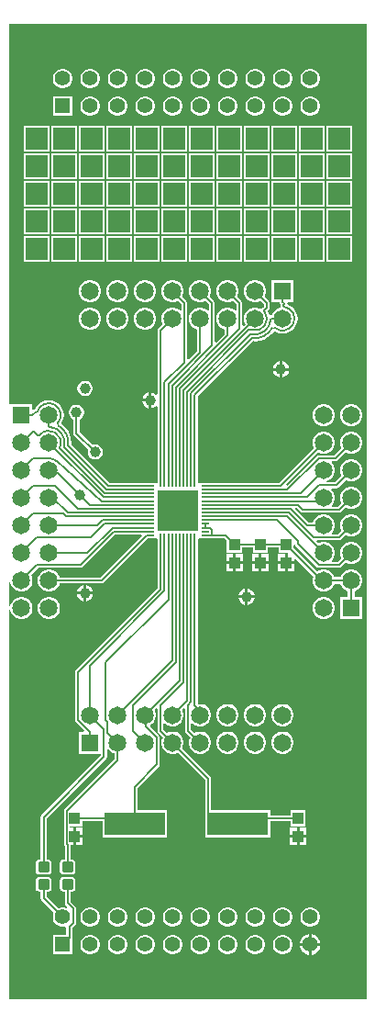
<source format=gbr>
%TF.GenerationSoftware,Altium Limited,Altium Designer,23.4.1 (23)*%
G04 Layer_Physical_Order=1*
G04 Layer_Color=255*
%FSLAX45Y45*%
%MOMM*%
%TF.SameCoordinates,06F9E411-BB4A-4FCF-AF8D-8E7D50D0EFEC*%
%TF.FilePolarity,Positive*%
%TF.FileFunction,Copper,L1,Top,Signal*%
%TF.Part,Single*%
G01*
G75*
%TA.AperFunction,Conductor*%
%ADD10C,0.15000*%
%TA.AperFunction,SMDPad,CuDef*%
G04:AMPARAMS|DCode=11|XSize=0.94mm|YSize=1.02mm|CornerRadius=0.094mm|HoleSize=0mm|Usage=FLASHONLY|Rotation=270.000|XOffset=0mm|YOffset=0mm|HoleType=Round|Shape=RoundedRectangle|*
%AMROUNDEDRECTD11*
21,1,0.94000,0.83200,0,0,270.0*
21,1,0.75200,1.02000,0,0,270.0*
1,1,0.18800,-0.41600,-0.37600*
1,1,0.18800,-0.41600,0.37600*
1,1,0.18800,0.41600,0.37600*
1,1,0.18800,0.41600,-0.37600*
%
%ADD11ROUNDEDRECTD11*%
%ADD12R,1.00000X1.10000*%
%ADD13R,3.75000X3.75000*%
%ADD14R,0.15000X0.80000*%
%ADD15R,0.80000X0.15000*%
%ADD16R,5.60000X2.10000*%
%TA.AperFunction,Conductor*%
%ADD17C,0.20000*%
%TA.AperFunction,ComponentPad*%
%ADD18C,1.39000*%
%ADD19R,1.39000X1.39000*%
%ADD20R,1.65000X1.65000*%
%ADD21C,1.65000*%
%TA.AperFunction,ViaPad*%
%ADD22R,2.00000X2.00000*%
%TA.AperFunction,ComponentPad*%
%ADD23R,1.65000X1.65000*%
%TA.AperFunction,TestPad*%
%ADD24C,1.00000*%
G36*
X3314700Y0D02*
X12700D01*
Y3592475D01*
X25400Y3594147D01*
X31485Y3571436D01*
X44980Y3548064D01*
X64064Y3528979D01*
X87436Y3515485D01*
X113506Y3508500D01*
X140494D01*
X166564Y3515485D01*
X189936Y3528979D01*
X209020Y3548064D01*
X222515Y3571436D01*
X229500Y3597506D01*
Y3624494D01*
X222515Y3650563D01*
X209020Y3673936D01*
X189936Y3693020D01*
X166564Y3706515D01*
X140494Y3713500D01*
X113506D01*
X87436Y3706515D01*
X64064Y3693020D01*
X44980Y3673936D01*
X31485Y3650563D01*
X25400Y3627853D01*
X12700Y3629525D01*
Y3846475D01*
X25400Y3848147D01*
X31485Y3825436D01*
X44980Y3802064D01*
X64064Y3782979D01*
X87436Y3769485D01*
X113506Y3762500D01*
X140494D01*
X166564Y3769485D01*
X189936Y3782979D01*
X209020Y3802064D01*
X222515Y3825436D01*
X229500Y3851506D01*
Y3878494D01*
X222515Y3904563D01*
X216549Y3914896D01*
X282614Y3980961D01*
X676355D01*
X687085Y3983096D01*
X696181Y3989174D01*
X994969Y4287961D01*
X1234840D01*
X1239701Y4276228D01*
X856511Y3893038D01*
X479603D01*
X476515Y3904563D01*
X463020Y3927936D01*
X443936Y3947020D01*
X420564Y3960515D01*
X394494Y3967500D01*
X367506D01*
X341436Y3960515D01*
X318064Y3947020D01*
X298980Y3927936D01*
X285485Y3904563D01*
X278500Y3878494D01*
Y3851506D01*
X285485Y3825436D01*
X298980Y3802064D01*
X318064Y3782979D01*
X341436Y3769485D01*
X367506Y3762500D01*
X394494D01*
X420564Y3769485D01*
X443936Y3782979D01*
X463020Y3802064D01*
X476515Y3825436D01*
X479603Y3836961D01*
X868125D01*
X878855Y3839096D01*
X887951Y3845174D01*
X1295739Y4252962D01*
X1316625D01*
X1319333Y4253500D01*
X1376625D01*
X1386086Y4245682D01*
Y3794395D01*
X631174Y3039482D01*
X625096Y3030386D01*
X622961Y3019656D01*
Y2576437D01*
X625096Y2565707D01*
X631174Y2556611D01*
X705551Y2482233D01*
X700691Y2470500D01*
X658500D01*
Y2265500D01*
X860961D01*
Y2249989D01*
X313549Y1702576D01*
X307471Y1693480D01*
X305336Y1682750D01*
Y1289576D01*
X291775D01*
X280304Y1287294D01*
X270579Y1280796D01*
X264081Y1271071D01*
X261799Y1259600D01*
Y1184400D01*
X264081Y1172929D01*
X270579Y1163204D01*
X280304Y1156706D01*
X291775Y1154424D01*
X374975D01*
X386446Y1156706D01*
X396171Y1163204D01*
X402669Y1172929D01*
X404951Y1184400D01*
Y1259600D01*
X402669Y1271071D01*
X396171Y1280796D01*
X386446Y1287294D01*
X374975Y1289576D01*
X361414D01*
Y1671136D01*
X908826Y2218549D01*
X914904Y2227645D01*
X917039Y2238375D01*
Y2307274D01*
X929739Y2310677D01*
X932980Y2305064D01*
X952064Y2285980D01*
X975436Y2272485D01*
X986961Y2269397D01*
Y2216809D01*
X526799Y1756646D01*
X520721Y1747550D01*
X518586Y1736820D01*
Y1438180D01*
X520721Y1427450D01*
X526799Y1418354D01*
X527586Y1417566D01*
Y1289576D01*
X514025D01*
X502554Y1287294D01*
X492829Y1280796D01*
X486331Y1271071D01*
X484049Y1259600D01*
Y1184400D01*
X486331Y1172929D01*
X492829Y1163204D01*
X502554Y1156706D01*
X514025Y1154424D01*
X597225D01*
X608696Y1156706D01*
X618421Y1163204D01*
X624919Y1172929D01*
X627201Y1184400D01*
Y1259600D01*
X624919Y1271071D01*
X618421Y1280796D01*
X608696Y1287294D01*
X597225Y1289576D01*
X583664D01*
Y1422100D01*
X606425D01*
Y1502500D01*
Y1582900D01*
X574663D01*
Y1597500D01*
X689125D01*
Y1644462D01*
X875000D01*
Y1494250D01*
X1475000D01*
Y1744250D01*
X1203038D01*
Y1951543D01*
X1398826Y2147331D01*
X1404904Y2156427D01*
X1407039Y2167157D01*
Y2413563D01*
X1404904Y2424293D01*
X1398826Y2433390D01*
X1316065Y2516151D01*
X1318154Y2532022D01*
X1331936Y2539980D01*
X1351020Y2559064D01*
X1364515Y2582437D01*
X1371500Y2608506D01*
Y2635494D01*
X1364515Y2661564D01*
X1358549Y2671897D01*
X1373228Y2686576D01*
X1384961Y2681715D01*
Y2478000D01*
X1387096Y2467270D01*
X1393174Y2458174D01*
X1433451Y2417897D01*
X1427485Y2407564D01*
X1420500Y2381494D01*
Y2354506D01*
X1427485Y2328437D01*
X1440980Y2305064D01*
X1460064Y2285980D01*
X1483436Y2272485D01*
X1509506Y2265500D01*
X1536494D01*
X1562564Y2272485D01*
X1572897Y2278451D01*
X1824462Y2026886D01*
Y1716750D01*
X1825000Y1714043D01*
Y1494250D01*
X2425000D01*
Y1644462D01*
X2612875D01*
Y1597500D01*
X2752875D01*
Y1747500D01*
X2612875D01*
Y1700539D01*
X2425000D01*
Y1744250D01*
X1880539D01*
Y2038500D01*
X1878404Y2049230D01*
X1872326Y2058326D01*
X1612549Y2318104D01*
X1618515Y2328437D01*
X1625500Y2354506D01*
Y2381494D01*
X1618515Y2407564D01*
X1605020Y2430936D01*
X1585936Y2450020D01*
X1562564Y2463515D01*
X1536494Y2470500D01*
X1509506D01*
X1483436Y2463515D01*
X1473103Y2457549D01*
X1441039Y2489614D01*
Y2542411D01*
X1452772Y2547272D01*
X1460064Y2539980D01*
X1483436Y2526485D01*
X1509506Y2519500D01*
X1536494D01*
X1562564Y2526485D01*
X1585936Y2539980D01*
X1605020Y2559064D01*
X1618515Y2582437D01*
X1625500Y2608506D01*
Y2635494D01*
X1618515Y2661564D01*
X1612549Y2671897D01*
X1627228Y2686576D01*
X1638961Y2681715D01*
Y2478000D01*
X1641096Y2467270D01*
X1647174Y2458174D01*
X1687451Y2417897D01*
X1681485Y2407564D01*
X1674500Y2381494D01*
Y2354506D01*
X1681485Y2328437D01*
X1694980Y2305064D01*
X1714064Y2285980D01*
X1737436Y2272485D01*
X1763506Y2265500D01*
X1790494D01*
X1816564Y2272485D01*
X1839936Y2285980D01*
X1859020Y2305064D01*
X1872515Y2328437D01*
X1879500Y2354506D01*
Y2381494D01*
X1872515Y2407564D01*
X1859020Y2430936D01*
X1839936Y2450020D01*
X1816564Y2463515D01*
X1790494Y2470500D01*
X1763506D01*
X1737436Y2463515D01*
X1727103Y2457549D01*
X1695039Y2489614D01*
Y2542411D01*
X1706772Y2547272D01*
X1714064Y2539980D01*
X1737436Y2526485D01*
X1763506Y2519500D01*
X1790494D01*
X1816564Y2526485D01*
X1839936Y2539980D01*
X1859020Y2559064D01*
X1872515Y2582437D01*
X1879500Y2608506D01*
Y2635494D01*
X1872515Y2661564D01*
X1859020Y2684936D01*
X1839936Y2704021D01*
X1816564Y2717515D01*
X1790494Y2724500D01*
X1763506D01*
X1757164Y2729367D01*
Y4245682D01*
X1766625Y4253500D01*
X1813783D01*
X1814920Y4252741D01*
X1826625Y4250412D01*
X2003455D01*
X2025500Y4228367D01*
Y4121625D01*
X2165500D01*
Y4166037D01*
X2263625D01*
Y4121625D01*
X2403625D01*
Y4166037D01*
X2501750D01*
Y4121625D01*
X2588800D01*
X2590070Y4119725D01*
X2584450Y4109211D01*
Y4039325D01*
X2647150D01*
Y4056374D01*
X2658883Y4061234D01*
X2821809Y3898308D01*
X2816500Y3878494D01*
Y3851506D01*
X2823485Y3825436D01*
X2836980Y3802064D01*
X2856064Y3782979D01*
X2879436Y3769485D01*
X2905506Y3762500D01*
X2932494D01*
X2958564Y3769485D01*
X2981936Y3782979D01*
X3001020Y3802064D01*
X3014515Y3825436D01*
X3016920Y3834412D01*
X3075080D01*
X3077485Y3825436D01*
X3090980Y3802064D01*
X3110064Y3782979D01*
X3133436Y3769485D01*
X3142412Y3767080D01*
Y3713500D01*
X3070500D01*
Y3508500D01*
X3275500D01*
Y3713500D01*
X3203588D01*
Y3767080D01*
X3212564Y3769485D01*
X3235936Y3782979D01*
X3255020Y3802064D01*
X3268515Y3825436D01*
X3275500Y3851506D01*
Y3878494D01*
X3268515Y3904563D01*
X3255020Y3927936D01*
X3235936Y3947020D01*
X3212564Y3960515D01*
X3186494Y3967500D01*
X3159506D01*
X3133436Y3960515D01*
X3110064Y3947020D01*
X3090980Y3927936D01*
X3077485Y3904563D01*
X3075080Y3895588D01*
X3016920D01*
X3014515Y3904563D01*
X3001020Y3927936D01*
X2981936Y3947020D01*
X2958564Y3960515D01*
X2932494Y3967500D01*
X2905506D01*
X2879436Y3960515D01*
X2858314Y3948319D01*
X2641750Y4164883D01*
Y4188476D01*
X2643240Y4189065D01*
X2654450Y4190589D01*
X2658990Y4183794D01*
X2853610Y3989174D01*
X2862707Y3983096D01*
X2873437Y3980961D01*
X3063000D01*
X3073730Y3983096D01*
X3082826Y3989174D01*
X3123103Y4029451D01*
X3133436Y4023485D01*
X3159506Y4016500D01*
X3186494D01*
X3212564Y4023485D01*
X3235936Y4036979D01*
X3255020Y4056064D01*
X3268515Y4079436D01*
X3275500Y4105506D01*
Y4132494D01*
X3268515Y4158563D01*
X3255020Y4181936D01*
X3235936Y4201020D01*
X3212564Y4214515D01*
X3186494Y4221500D01*
X3159506D01*
X3133436Y4214515D01*
X3110064Y4201020D01*
X3090980Y4181936D01*
X3077485Y4158563D01*
X3070500Y4132494D01*
Y4105506D01*
X3077485Y4079436D01*
X3083451Y4069103D01*
X3051386Y4037038D01*
X2998589D01*
X2993729Y4048772D01*
X3001020Y4056064D01*
X3014515Y4079436D01*
X3021500Y4105506D01*
Y4132494D01*
X3014515Y4158563D01*
X3001020Y4181936D01*
X2981936Y4201020D01*
X2958564Y4214515D01*
X2932494Y4221500D01*
X2905506D01*
X2879436Y4214515D01*
X2869103Y4208549D01*
X2854424Y4223228D01*
X2859285Y4234961D01*
X3063000D01*
X3073730Y4237096D01*
X3082826Y4243174D01*
X3123103Y4283451D01*
X3133436Y4277485D01*
X3159506Y4270500D01*
X3186494D01*
X3212564Y4277485D01*
X3235936Y4290979D01*
X3255020Y4310064D01*
X3268515Y4333436D01*
X3275500Y4359506D01*
Y4386494D01*
X3268515Y4412563D01*
X3255020Y4435936D01*
X3235936Y4455020D01*
X3212564Y4468515D01*
X3186494Y4475500D01*
X3159506D01*
X3133436Y4468515D01*
X3110064Y4455020D01*
X3090980Y4435936D01*
X3077485Y4412563D01*
X3070500Y4386494D01*
Y4359506D01*
X3077485Y4333436D01*
X3083451Y4323103D01*
X3051386Y4291038D01*
X2998589D01*
X2993729Y4302772D01*
X3001020Y4310064D01*
X3014515Y4333436D01*
X3021500Y4359506D01*
Y4386494D01*
X3014515Y4412563D01*
X3001020Y4435936D01*
X2981936Y4455020D01*
X2958564Y4468515D01*
X2932494Y4475500D01*
X2905506D01*
X2879436Y4468515D01*
X2856064Y4455020D01*
X2836980Y4435936D01*
X2823485Y4412563D01*
X2820397Y4401038D01*
X2775608D01*
X2655419Y4521228D01*
X2660279Y4532961D01*
X2672513D01*
X2708301Y4497174D01*
X2717397Y4491096D01*
X2728127Y4488961D01*
X3063000D01*
X3073730Y4491096D01*
X3082826Y4497174D01*
X3123103Y4537451D01*
X3133436Y4531485D01*
X3159506Y4524500D01*
X3186494D01*
X3212564Y4531485D01*
X3235936Y4544979D01*
X3255020Y4564064D01*
X3268515Y4587436D01*
X3275500Y4613506D01*
Y4640494D01*
X3268515Y4666563D01*
X3255020Y4689936D01*
X3235936Y4709020D01*
X3212564Y4722515D01*
X3186494Y4729500D01*
X3159506D01*
X3133436Y4722515D01*
X3110064Y4709020D01*
X3090980Y4689936D01*
X3077485Y4666563D01*
X3070500Y4640494D01*
Y4613506D01*
X3077485Y4587436D01*
X3083451Y4577103D01*
X3051386Y4545038D01*
X2998589D01*
X2993729Y4556772D01*
X3001020Y4564064D01*
X3014515Y4587436D01*
X3021500Y4613506D01*
Y4640494D01*
X3014515Y4666563D01*
X3001020Y4689936D01*
X2990046Y4700911D01*
X2995306Y4713611D01*
X3033650D01*
X3044379Y4715745D01*
X3053476Y4721823D01*
X3123103Y4791451D01*
X3133436Y4785485D01*
X3159506Y4778500D01*
X3186494D01*
X3212564Y4785485D01*
X3235936Y4798979D01*
X3255020Y4818064D01*
X3268515Y4841436D01*
X3275500Y4867506D01*
Y4894494D01*
X3268515Y4920563D01*
X3255020Y4943936D01*
X3235936Y4963020D01*
X3212564Y4976515D01*
X3186494Y4983500D01*
X3159506D01*
X3133436Y4976515D01*
X3110064Y4963020D01*
X3090980Y4943936D01*
X3077485Y4920563D01*
X3070500Y4894494D01*
Y4867506D01*
X3077485Y4841436D01*
X3083451Y4831103D01*
X3022036Y4769688D01*
X2948677D01*
X2947005Y4782388D01*
X2958564Y4785485D01*
X2981936Y4798979D01*
X3001020Y4818064D01*
X3014515Y4841436D01*
X3021500Y4867506D01*
Y4894494D01*
X3014515Y4920563D01*
X3001020Y4943936D01*
X2993729Y4951228D01*
X2998589Y4962961D01*
X3029000D01*
X3039730Y4965096D01*
X3048826Y4971174D01*
X3123103Y5045451D01*
X3133436Y5039485D01*
X3159506Y5032500D01*
X3186494D01*
X3212564Y5039485D01*
X3235936Y5052979D01*
X3255020Y5072064D01*
X3268515Y5095436D01*
X3275500Y5121506D01*
Y5148494D01*
X3268515Y5174563D01*
X3255020Y5197936D01*
X3235936Y5217020D01*
X3212564Y5230515D01*
X3186494Y5237500D01*
X3159506D01*
X3133436Y5230515D01*
X3110064Y5217020D01*
X3090980Y5197936D01*
X3077485Y5174563D01*
X3070500Y5148494D01*
Y5121506D01*
X3077485Y5095436D01*
X3083451Y5085103D01*
X3017386Y5019038D01*
X2873437D01*
X2862707Y5016904D01*
X2853610Y5010826D01*
X2579748Y4736964D01*
X2578772Y4737158D01*
X2574591Y4750939D01*
X2869103Y5045451D01*
X2879436Y5039485D01*
X2905506Y5032500D01*
X2932494D01*
X2958564Y5039485D01*
X2981936Y5052979D01*
X3001020Y5072064D01*
X3014515Y5095436D01*
X3021500Y5121506D01*
Y5148494D01*
X3014515Y5174563D01*
X3001020Y5197936D01*
X2981936Y5217020D01*
X2958564Y5230515D01*
X2932494Y5237500D01*
X2905506D01*
X2879436Y5230515D01*
X2856064Y5217020D01*
X2836980Y5197936D01*
X2823485Y5174563D01*
X2816500Y5148494D01*
Y5121506D01*
X2823485Y5095436D01*
X2829451Y5085103D01*
X2508386Y4764038D01*
X1826625D01*
X1823917Y4763500D01*
X1766625D01*
X1757164Y4771318D01*
Y5562019D01*
X2266466Y6071322D01*
X2285000Y6069496D01*
X2325677Y6073502D01*
X2364791Y6085368D01*
X2400838Y6104635D01*
X2432435Y6130565D01*
X2458365Y6162161D01*
X2462837Y6163127D01*
X2469657Y6157894D01*
X2503105Y6144039D01*
X2539000Y6139314D01*
X2574895Y6144039D01*
X2608343Y6157894D01*
X2637066Y6179934D01*
X2659106Y6208657D01*
X2672961Y6242105D01*
X2677686Y6278000D01*
X2672961Y6313895D01*
X2659106Y6347343D01*
X2637066Y6376066D01*
X2608343Y6398106D01*
X2581545Y6409206D01*
X2580129Y6419239D01*
X2588881Y6429500D01*
X2641500D01*
Y6634500D01*
X2436500D01*
Y6429500D01*
X2511770D01*
X2513096Y6422833D01*
X2519174Y6413737D01*
X2521879Y6411031D01*
X2521013Y6406677D01*
Y6394251D01*
X2522108Y6388746D01*
X2523146Y6383525D01*
X2512478Y6377009D01*
X2499436Y6373515D01*
X2476064Y6360020D01*
X2456980Y6340936D01*
X2443485Y6317563D01*
X2442091Y6312359D01*
X2429634Y6307951D01*
X2418961Y6313895D01*
X2405106Y6347343D01*
X2403918Y6348891D01*
X2414826Y6359799D01*
X2420904Y6368895D01*
X2423039Y6379625D01*
Y6422000D01*
X2420904Y6432730D01*
X2414826Y6441826D01*
X2374549Y6482103D01*
X2380515Y6492436D01*
X2387500Y6518506D01*
Y6545494D01*
X2380515Y6571563D01*
X2367020Y6594936D01*
X2347936Y6614020D01*
X2324564Y6627515D01*
X2298494Y6634500D01*
X2271506D01*
X2245436Y6627515D01*
X2222064Y6614020D01*
X2202980Y6594936D01*
X2189485Y6571563D01*
X2182500Y6545494D01*
Y6518506D01*
X2189485Y6492436D01*
X2202980Y6469064D01*
X2222064Y6449979D01*
X2245436Y6436485D01*
X2271506Y6429500D01*
X2298494D01*
X2324564Y6436485D01*
X2334897Y6442451D01*
X2366961Y6410386D01*
Y6391239D01*
X2356503Y6380780D01*
X2352740Y6377017D01*
X2346663Y6367922D01*
X2334757Y6367629D01*
X2324564Y6373515D01*
X2298494Y6380500D01*
X2271506D01*
X2245436Y6373515D01*
X2222064Y6360020D01*
X2202980Y6340936D01*
X2189485Y6317563D01*
X2182500Y6291494D01*
Y6264506D01*
X2189485Y6238436D01*
X2195451Y6228103D01*
X2180772Y6213424D01*
X2169039Y6218284D01*
Y6422000D01*
X2166904Y6432730D01*
X2160826Y6441826D01*
X2120549Y6482103D01*
X2126515Y6492436D01*
X2133500Y6518506D01*
Y6545494D01*
X2126515Y6571563D01*
X2113020Y6594936D01*
X2093936Y6614020D01*
X2070564Y6627515D01*
X2044494Y6634500D01*
X2017506D01*
X1991436Y6627515D01*
X1968064Y6614020D01*
X1948980Y6594936D01*
X1935485Y6571563D01*
X1928500Y6545494D01*
Y6518506D01*
X1935485Y6492436D01*
X1948980Y6469064D01*
X1968064Y6449979D01*
X1991436Y6436485D01*
X2017506Y6429500D01*
X2044494D01*
X2070564Y6436485D01*
X2080897Y6442451D01*
X2112961Y6410386D01*
Y6357589D01*
X2101228Y6352728D01*
X2093936Y6360020D01*
X2070564Y6373515D01*
X2044494Y6380500D01*
X2017506D01*
X1991436Y6373515D01*
X1968064Y6360020D01*
X1948980Y6340936D01*
X1935485Y6317563D01*
X1928500Y6291494D01*
Y6264506D01*
X1935485Y6238436D01*
X1948980Y6215064D01*
X1968064Y6195979D01*
X1991436Y6182485D01*
X2002961Y6179397D01*
Y6134608D01*
X1926772Y6058419D01*
X1915039Y6063279D01*
Y6422000D01*
X1912904Y6432730D01*
X1906826Y6441826D01*
X1866549Y6482103D01*
X1872515Y6492436D01*
X1879500Y6518506D01*
Y6545494D01*
X1872515Y6571563D01*
X1859020Y6594936D01*
X1839936Y6614020D01*
X1816564Y6627515D01*
X1790494Y6634500D01*
X1763506D01*
X1737436Y6627515D01*
X1714064Y6614020D01*
X1694980Y6594936D01*
X1681485Y6571563D01*
X1674500Y6545494D01*
Y6518506D01*
X1681485Y6492436D01*
X1694980Y6469064D01*
X1714064Y6449979D01*
X1737436Y6436485D01*
X1763506Y6429500D01*
X1790494D01*
X1816564Y6436485D01*
X1826897Y6442451D01*
X1858961Y6410386D01*
Y6357589D01*
X1847228Y6352728D01*
X1839936Y6360020D01*
X1816564Y6373515D01*
X1790494Y6380500D01*
X1763506D01*
X1737436Y6373515D01*
X1714064Y6360020D01*
X1694980Y6340936D01*
X1681485Y6317563D01*
X1674500Y6291494D01*
Y6264506D01*
X1681485Y6238436D01*
X1694980Y6215064D01*
X1714064Y6195979D01*
X1737436Y6182485D01*
X1748961Y6179397D01*
Y5979603D01*
X1672772Y5903413D01*
X1661039Y5908273D01*
Y6422000D01*
X1658904Y6432730D01*
X1652826Y6441826D01*
X1612549Y6482103D01*
X1618515Y6492436D01*
X1625500Y6518506D01*
Y6545494D01*
X1618515Y6571563D01*
X1605020Y6594936D01*
X1585936Y6614020D01*
X1562564Y6627515D01*
X1536494Y6634500D01*
X1509506D01*
X1483436Y6627515D01*
X1460064Y6614020D01*
X1440980Y6594936D01*
X1427485Y6571563D01*
X1420500Y6545494D01*
Y6518506D01*
X1427485Y6492436D01*
X1440980Y6469064D01*
X1460064Y6449979D01*
X1483436Y6436485D01*
X1509506Y6429500D01*
X1536494D01*
X1562564Y6436485D01*
X1572897Y6442451D01*
X1604961Y6410386D01*
Y6357589D01*
X1593228Y6352728D01*
X1585936Y6360020D01*
X1562564Y6373515D01*
X1536494Y6380500D01*
X1509506D01*
X1483436Y6373515D01*
X1460064Y6360020D01*
X1440980Y6340936D01*
X1427485Y6317563D01*
X1420500Y6291494D01*
Y6264506D01*
X1427485Y6238436D01*
X1433451Y6228103D01*
X1394299Y6188951D01*
X1388221Y6179855D01*
X1386086Y6169125D01*
Y5580631D01*
X1373386Y5575370D01*
X1363922Y5584835D01*
X1346728Y5594762D01*
X1330325Y5599157D01*
Y5524500D01*
Y5449843D01*
X1346728Y5454238D01*
X1363922Y5464165D01*
X1373386Y5473630D01*
X1386086Y5468369D01*
Y4771318D01*
X1376625Y4763500D01*
X1319333D01*
X1316625Y4764038D01*
X942989D01*
X587937Y5119091D01*
X589504Y5135000D01*
X585497Y5175677D01*
X573632Y5214791D01*
X554365Y5250838D01*
X528435Y5282434D01*
X496839Y5308365D01*
X495873Y5312836D01*
X501106Y5319657D01*
X514961Y5353105D01*
X519686Y5389000D01*
X514961Y5424895D01*
X501106Y5458343D01*
X479066Y5487066D01*
X450343Y5509106D01*
X416895Y5522961D01*
X381000Y5527686D01*
X345105Y5522961D01*
X311657Y5509106D01*
X282934Y5487066D01*
X260894Y5458343D01*
X253656Y5440868D01*
X240977Y5437413D01*
X233099Y5441672D01*
X229965Y5445111D01*
X229500Y5446037D01*
Y5491500D01*
X25400D01*
X24500Y5491500D01*
X12700Y5493673D01*
Y8991600D01*
X3314700D01*
Y0D01*
D02*
G37*
%LPC*%
G36*
X2805783Y8581500D02*
X2782217D01*
X2759454Y8575401D01*
X2739046Y8563618D01*
X2722382Y8546954D01*
X2710599Y8526546D01*
X2704500Y8503783D01*
Y8480217D01*
X2710599Y8457454D01*
X2722382Y8437046D01*
X2739046Y8420382D01*
X2759454Y8408599D01*
X2782217Y8402500D01*
X2805783D01*
X2828546Y8408599D01*
X2848954Y8420382D01*
X2865618Y8437046D01*
X2877401Y8457454D01*
X2883500Y8480217D01*
Y8503783D01*
X2877401Y8526546D01*
X2865618Y8546954D01*
X2848954Y8563618D01*
X2828546Y8575401D01*
X2805783Y8581500D01*
D02*
G37*
G36*
X2551783D02*
X2528217D01*
X2505454Y8575401D01*
X2485046Y8563618D01*
X2468382Y8546954D01*
X2456599Y8526546D01*
X2450500Y8503783D01*
Y8480217D01*
X2456599Y8457454D01*
X2468382Y8437046D01*
X2485046Y8420382D01*
X2505454Y8408599D01*
X2528217Y8402500D01*
X2551783D01*
X2574546Y8408599D01*
X2594954Y8420382D01*
X2611618Y8437046D01*
X2623401Y8457454D01*
X2629500Y8480217D01*
Y8503783D01*
X2623401Y8526546D01*
X2611618Y8546954D01*
X2594954Y8563618D01*
X2574546Y8575401D01*
X2551783Y8581500D01*
D02*
G37*
G36*
X2297783D02*
X2274217D01*
X2251454Y8575401D01*
X2231046Y8563618D01*
X2214382Y8546954D01*
X2202599Y8526546D01*
X2196500Y8503783D01*
Y8480217D01*
X2202599Y8457454D01*
X2214382Y8437046D01*
X2231046Y8420382D01*
X2251454Y8408599D01*
X2274217Y8402500D01*
X2297783D01*
X2320546Y8408599D01*
X2340954Y8420382D01*
X2357618Y8437046D01*
X2369401Y8457454D01*
X2375500Y8480217D01*
Y8503783D01*
X2369401Y8526546D01*
X2357618Y8546954D01*
X2340954Y8563618D01*
X2320546Y8575401D01*
X2297783Y8581500D01*
D02*
G37*
G36*
X2043783D02*
X2020217D01*
X1997454Y8575401D01*
X1977046Y8563618D01*
X1960382Y8546954D01*
X1948599Y8526546D01*
X1942500Y8503783D01*
Y8480217D01*
X1948599Y8457454D01*
X1960382Y8437046D01*
X1977046Y8420382D01*
X1997454Y8408599D01*
X2020217Y8402500D01*
X2043783D01*
X2066546Y8408599D01*
X2086954Y8420382D01*
X2103618Y8437046D01*
X2115401Y8457454D01*
X2121500Y8480217D01*
Y8503783D01*
X2115401Y8526546D01*
X2103618Y8546954D01*
X2086954Y8563618D01*
X2066546Y8575401D01*
X2043783Y8581500D01*
D02*
G37*
G36*
X1789783D02*
X1766217D01*
X1743454Y8575401D01*
X1723046Y8563618D01*
X1706382Y8546954D01*
X1694599Y8526546D01*
X1688500Y8503783D01*
Y8480217D01*
X1694599Y8457454D01*
X1706382Y8437046D01*
X1723046Y8420382D01*
X1743454Y8408599D01*
X1766217Y8402500D01*
X1789783D01*
X1812546Y8408599D01*
X1832954Y8420382D01*
X1849618Y8437046D01*
X1861401Y8457454D01*
X1867500Y8480217D01*
Y8503783D01*
X1861401Y8526546D01*
X1849618Y8546954D01*
X1832954Y8563618D01*
X1812546Y8575401D01*
X1789783Y8581500D01*
D02*
G37*
G36*
X1535783D02*
X1512217D01*
X1489454Y8575401D01*
X1469046Y8563618D01*
X1452382Y8546954D01*
X1440599Y8526546D01*
X1434500Y8503783D01*
Y8480217D01*
X1440599Y8457454D01*
X1452382Y8437046D01*
X1469046Y8420382D01*
X1489454Y8408599D01*
X1512217Y8402500D01*
X1535783D01*
X1558546Y8408599D01*
X1578954Y8420382D01*
X1595618Y8437046D01*
X1607401Y8457454D01*
X1613500Y8480217D01*
Y8503783D01*
X1607401Y8526546D01*
X1595618Y8546954D01*
X1578954Y8563618D01*
X1558546Y8575401D01*
X1535783Y8581500D01*
D02*
G37*
G36*
X1281783D02*
X1258217D01*
X1235454Y8575401D01*
X1215046Y8563618D01*
X1198382Y8546954D01*
X1186599Y8526546D01*
X1180500Y8503783D01*
Y8480217D01*
X1186599Y8457454D01*
X1198382Y8437046D01*
X1215046Y8420382D01*
X1235454Y8408599D01*
X1258217Y8402500D01*
X1281783D01*
X1304546Y8408599D01*
X1324954Y8420382D01*
X1341618Y8437046D01*
X1353401Y8457454D01*
X1359500Y8480217D01*
Y8503783D01*
X1353401Y8526546D01*
X1341618Y8546954D01*
X1324954Y8563618D01*
X1304546Y8575401D01*
X1281783Y8581500D01*
D02*
G37*
G36*
X1027783D02*
X1004217D01*
X981454Y8575401D01*
X961046Y8563618D01*
X944382Y8546954D01*
X932599Y8526546D01*
X926500Y8503783D01*
Y8480217D01*
X932599Y8457454D01*
X944382Y8437046D01*
X961046Y8420382D01*
X981454Y8408599D01*
X1004217Y8402500D01*
X1027783D01*
X1050546Y8408599D01*
X1070954Y8420382D01*
X1087618Y8437046D01*
X1099401Y8457454D01*
X1105500Y8480217D01*
Y8503783D01*
X1099401Y8526546D01*
X1087618Y8546954D01*
X1070954Y8563618D01*
X1050546Y8575401D01*
X1027783Y8581500D01*
D02*
G37*
G36*
X773783D02*
X750217D01*
X727454Y8575401D01*
X707046Y8563618D01*
X690382Y8546954D01*
X678599Y8526546D01*
X672500Y8503783D01*
Y8480217D01*
X678599Y8457454D01*
X690382Y8437046D01*
X707046Y8420382D01*
X727454Y8408599D01*
X750217Y8402500D01*
X773783D01*
X796546Y8408599D01*
X816954Y8420382D01*
X833618Y8437046D01*
X845401Y8457454D01*
X851500Y8480217D01*
Y8503783D01*
X845401Y8526546D01*
X833618Y8546954D01*
X816954Y8563618D01*
X796546Y8575401D01*
X773783Y8581500D01*
D02*
G37*
G36*
X519783D02*
X496217D01*
X473454Y8575401D01*
X453046Y8563618D01*
X436382Y8546954D01*
X424599Y8526546D01*
X418500Y8503783D01*
Y8480217D01*
X424599Y8457454D01*
X436382Y8437046D01*
X453046Y8420382D01*
X473454Y8408599D01*
X496217Y8402500D01*
X519783D01*
X542546Y8408599D01*
X562954Y8420382D01*
X579618Y8437046D01*
X591401Y8457454D01*
X597500Y8480217D01*
Y8503783D01*
X591401Y8526546D01*
X579618Y8546954D01*
X562954Y8563618D01*
X542546Y8575401D01*
X519783Y8581500D01*
D02*
G37*
G36*
X2805783Y8327500D02*
X2782217D01*
X2759454Y8321401D01*
X2739046Y8309618D01*
X2722382Y8292954D01*
X2710599Y8272546D01*
X2704500Y8249783D01*
Y8226217D01*
X2710599Y8203454D01*
X2722382Y8183046D01*
X2739046Y8166382D01*
X2759454Y8154599D01*
X2782217Y8148500D01*
X2805783D01*
X2828546Y8154599D01*
X2848954Y8166382D01*
X2865618Y8183046D01*
X2877401Y8203454D01*
X2883500Y8226217D01*
Y8249783D01*
X2877401Y8272546D01*
X2865618Y8292954D01*
X2848954Y8309618D01*
X2828546Y8321401D01*
X2805783Y8327500D01*
D02*
G37*
G36*
X2551783D02*
X2528217D01*
X2505454Y8321401D01*
X2485046Y8309618D01*
X2468382Y8292954D01*
X2456599Y8272546D01*
X2450500Y8249783D01*
Y8226217D01*
X2456599Y8203454D01*
X2468382Y8183046D01*
X2485046Y8166382D01*
X2505454Y8154599D01*
X2528217Y8148500D01*
X2551783D01*
X2574546Y8154599D01*
X2594954Y8166382D01*
X2611618Y8183046D01*
X2623401Y8203454D01*
X2629500Y8226217D01*
Y8249783D01*
X2623401Y8272546D01*
X2611618Y8292954D01*
X2594954Y8309618D01*
X2574546Y8321401D01*
X2551783Y8327500D01*
D02*
G37*
G36*
X2297783D02*
X2274217D01*
X2251454Y8321401D01*
X2231046Y8309618D01*
X2214382Y8292954D01*
X2202599Y8272546D01*
X2196500Y8249783D01*
Y8226217D01*
X2202599Y8203454D01*
X2214382Y8183046D01*
X2231046Y8166382D01*
X2251454Y8154599D01*
X2274217Y8148500D01*
X2297783D01*
X2320546Y8154599D01*
X2340954Y8166382D01*
X2357618Y8183046D01*
X2369401Y8203454D01*
X2375500Y8226217D01*
Y8249783D01*
X2369401Y8272546D01*
X2357618Y8292954D01*
X2340954Y8309618D01*
X2320546Y8321401D01*
X2297783Y8327500D01*
D02*
G37*
G36*
X2043783D02*
X2020217D01*
X1997454Y8321401D01*
X1977046Y8309618D01*
X1960382Y8292954D01*
X1948599Y8272546D01*
X1942500Y8249783D01*
Y8226217D01*
X1948599Y8203454D01*
X1960382Y8183046D01*
X1977046Y8166382D01*
X1997454Y8154599D01*
X2020217Y8148500D01*
X2043783D01*
X2066546Y8154599D01*
X2086954Y8166382D01*
X2103618Y8183046D01*
X2115401Y8203454D01*
X2121500Y8226217D01*
Y8249783D01*
X2115401Y8272546D01*
X2103618Y8292954D01*
X2086954Y8309618D01*
X2066546Y8321401D01*
X2043783Y8327500D01*
D02*
G37*
G36*
X1789783D02*
X1766217D01*
X1743454Y8321401D01*
X1723046Y8309618D01*
X1706382Y8292954D01*
X1694599Y8272546D01*
X1688500Y8249783D01*
Y8226217D01*
X1694599Y8203454D01*
X1706382Y8183046D01*
X1723046Y8166382D01*
X1743454Y8154599D01*
X1766217Y8148500D01*
X1789783D01*
X1812546Y8154599D01*
X1832954Y8166382D01*
X1849618Y8183046D01*
X1861401Y8203454D01*
X1867500Y8226217D01*
Y8249783D01*
X1861401Y8272546D01*
X1849618Y8292954D01*
X1832954Y8309618D01*
X1812546Y8321401D01*
X1789783Y8327500D01*
D02*
G37*
G36*
X1535783D02*
X1512217D01*
X1489454Y8321401D01*
X1469046Y8309618D01*
X1452382Y8292954D01*
X1440599Y8272546D01*
X1434500Y8249783D01*
Y8226217D01*
X1440599Y8203454D01*
X1452382Y8183046D01*
X1469046Y8166382D01*
X1489454Y8154599D01*
X1512217Y8148500D01*
X1535783D01*
X1558546Y8154599D01*
X1578954Y8166382D01*
X1595618Y8183046D01*
X1607401Y8203454D01*
X1613500Y8226217D01*
Y8249783D01*
X1607401Y8272546D01*
X1595618Y8292954D01*
X1578954Y8309618D01*
X1558546Y8321401D01*
X1535783Y8327500D01*
D02*
G37*
G36*
X1281783D02*
X1258217D01*
X1235454Y8321401D01*
X1215046Y8309618D01*
X1198382Y8292954D01*
X1186599Y8272546D01*
X1180500Y8249783D01*
Y8226217D01*
X1186599Y8203454D01*
X1198382Y8183046D01*
X1215046Y8166382D01*
X1235454Y8154599D01*
X1258217Y8148500D01*
X1281783D01*
X1304546Y8154599D01*
X1324954Y8166382D01*
X1341618Y8183046D01*
X1353401Y8203454D01*
X1359500Y8226217D01*
Y8249783D01*
X1353401Y8272546D01*
X1341618Y8292954D01*
X1324954Y8309618D01*
X1304546Y8321401D01*
X1281783Y8327500D01*
D02*
G37*
G36*
X1027783D02*
X1004217D01*
X981454Y8321401D01*
X961046Y8309618D01*
X944382Y8292954D01*
X932599Y8272546D01*
X926500Y8249783D01*
Y8226217D01*
X932599Y8203454D01*
X944382Y8183046D01*
X961046Y8166382D01*
X981454Y8154599D01*
X1004217Y8148500D01*
X1027783D01*
X1050546Y8154599D01*
X1070954Y8166382D01*
X1087618Y8183046D01*
X1099401Y8203454D01*
X1105500Y8226217D01*
Y8249783D01*
X1099401Y8272546D01*
X1087618Y8292954D01*
X1070954Y8309618D01*
X1050546Y8321401D01*
X1027783Y8327500D01*
D02*
G37*
G36*
X773783D02*
X750217D01*
X727454Y8321401D01*
X707046Y8309618D01*
X690382Y8292954D01*
X678599Y8272546D01*
X672500Y8249783D01*
Y8226217D01*
X678599Y8203454D01*
X690382Y8183046D01*
X707046Y8166382D01*
X727454Y8154599D01*
X750217Y8148500D01*
X773783D01*
X796546Y8154599D01*
X816954Y8166382D01*
X833618Y8183046D01*
X845401Y8203454D01*
X851500Y8226217D01*
Y8249783D01*
X845401Y8272546D01*
X833618Y8292954D01*
X816954Y8309618D01*
X796546Y8321401D01*
X773783Y8327500D01*
D02*
G37*
G36*
X597500D02*
X418500D01*
Y8148500D01*
X597500D01*
Y8327500D01*
D02*
G37*
G36*
X3183875Y8057500D02*
X2943875D01*
Y7817500D01*
X3183875D01*
Y8057500D01*
D02*
G37*
G36*
X2929875D02*
X2689875D01*
Y7817500D01*
X2929875D01*
Y8057500D01*
D02*
G37*
G36*
X2675875D02*
X2435875D01*
Y7817500D01*
X2675875D01*
Y8057500D01*
D02*
G37*
G36*
X2421875D02*
X2181875D01*
Y7817500D01*
X2421875D01*
Y8057500D01*
D02*
G37*
G36*
X2167875D02*
X1927875D01*
Y7817500D01*
X2167875D01*
Y8057500D01*
D02*
G37*
G36*
X1913875D02*
X1673875D01*
Y7817500D01*
X1913875D01*
Y8057500D01*
D02*
G37*
G36*
X1659875D02*
X1419875D01*
Y7817500D01*
X1659875D01*
Y8057500D01*
D02*
G37*
G36*
X1405875D02*
X1165875D01*
Y7817500D01*
X1405875D01*
Y8057500D01*
D02*
G37*
G36*
X1151875D02*
X911875D01*
Y7817500D01*
X1151875D01*
Y8057500D01*
D02*
G37*
G36*
X897875D02*
X657875D01*
Y7817500D01*
X897875D01*
Y8057500D01*
D02*
G37*
G36*
X643875D02*
X403875D01*
Y7817500D01*
X643875D01*
Y8057500D01*
D02*
G37*
G36*
X389875D02*
X149875D01*
Y7817500D01*
X389875D01*
Y8057500D01*
D02*
G37*
G36*
X3183875Y7803500D02*
X2943875D01*
Y7563500D01*
X3183875D01*
Y7803500D01*
D02*
G37*
G36*
X2929875D02*
X2689875D01*
Y7563500D01*
X2929875D01*
Y7803500D01*
D02*
G37*
G36*
X2675875D02*
X2435875D01*
Y7563500D01*
X2675875D01*
Y7803500D01*
D02*
G37*
G36*
X2421875D02*
X2181875D01*
Y7563500D01*
X2421875D01*
Y7803500D01*
D02*
G37*
G36*
X2167875D02*
X1927875D01*
Y7563500D01*
X2167875D01*
Y7803500D01*
D02*
G37*
G36*
X1913875D02*
X1673875D01*
Y7563500D01*
X1913875D01*
Y7803500D01*
D02*
G37*
G36*
X1659875D02*
X1419875D01*
Y7563500D01*
X1659875D01*
Y7803500D01*
D02*
G37*
G36*
X1405875D02*
X1165875D01*
Y7563500D01*
X1405875D01*
Y7803500D01*
D02*
G37*
G36*
X1151875D02*
X911875D01*
Y7563500D01*
X1151875D01*
Y7803500D01*
D02*
G37*
G36*
X897875D02*
X657875D01*
Y7563500D01*
X897875D01*
Y7803500D01*
D02*
G37*
G36*
X643875D02*
X403875D01*
Y7563500D01*
X643875D01*
Y7803500D01*
D02*
G37*
G36*
X389875D02*
X149875D01*
Y7563500D01*
X389875D01*
Y7803500D01*
D02*
G37*
G36*
X3183875Y7549500D02*
X2943875D01*
Y7309500D01*
X3183875D01*
Y7549500D01*
D02*
G37*
G36*
X2929875D02*
X2689875D01*
Y7309500D01*
X2929875D01*
Y7549500D01*
D02*
G37*
G36*
X2675875D02*
X2435875D01*
Y7309500D01*
X2675875D01*
Y7549500D01*
D02*
G37*
G36*
X2421875D02*
X2181875D01*
Y7309500D01*
X2421875D01*
Y7549500D01*
D02*
G37*
G36*
X2167875D02*
X1927875D01*
Y7309500D01*
X2167875D01*
Y7549500D01*
D02*
G37*
G36*
X1913875D02*
X1673875D01*
Y7309500D01*
X1913875D01*
Y7549500D01*
D02*
G37*
G36*
X1659875D02*
X1419875D01*
Y7309500D01*
X1659875D01*
Y7549500D01*
D02*
G37*
G36*
X1405875D02*
X1165875D01*
Y7309500D01*
X1405875D01*
Y7549500D01*
D02*
G37*
G36*
X1151875D02*
X911875D01*
Y7309500D01*
X1151875D01*
Y7549500D01*
D02*
G37*
G36*
X897875D02*
X657875D01*
Y7309500D01*
X897875D01*
Y7549500D01*
D02*
G37*
G36*
X643875D02*
X403875D01*
Y7309500D01*
X643875D01*
Y7549500D01*
D02*
G37*
G36*
X389875D02*
X149875D01*
Y7309500D01*
X389875D01*
Y7549500D01*
D02*
G37*
G36*
X3183875Y7295500D02*
X2943875D01*
Y7055500D01*
X3183875D01*
Y7295500D01*
D02*
G37*
G36*
X2929875D02*
X2689875D01*
Y7055500D01*
X2929875D01*
Y7295500D01*
D02*
G37*
G36*
X2675875D02*
X2435875D01*
Y7055500D01*
X2675875D01*
Y7295500D01*
D02*
G37*
G36*
X2421875D02*
X2181875D01*
Y7055500D01*
X2421875D01*
Y7295500D01*
D02*
G37*
G36*
X2167875D02*
X1927875D01*
Y7055500D01*
X2167875D01*
Y7295500D01*
D02*
G37*
G36*
X1913875D02*
X1673875D01*
Y7055500D01*
X1913875D01*
Y7295500D01*
D02*
G37*
G36*
X1659875D02*
X1419875D01*
Y7055500D01*
X1659875D01*
Y7295500D01*
D02*
G37*
G36*
X1405875D02*
X1165875D01*
Y7055500D01*
X1405875D01*
Y7295500D01*
D02*
G37*
G36*
X1151875D02*
X911875D01*
Y7055500D01*
X1151875D01*
Y7295500D01*
D02*
G37*
G36*
X897875D02*
X657875D01*
Y7055500D01*
X897875D01*
Y7295500D01*
D02*
G37*
G36*
X643875D02*
X403875D01*
Y7055500D01*
X643875D01*
Y7295500D01*
D02*
G37*
G36*
X389875D02*
X149875D01*
Y7055500D01*
X389875D01*
Y7295500D01*
D02*
G37*
G36*
X3183875Y7041500D02*
X2943875D01*
Y6801500D01*
X3183875D01*
Y7041500D01*
D02*
G37*
G36*
X2929875D02*
X2689875D01*
Y6801500D01*
X2929875D01*
Y7041500D01*
D02*
G37*
G36*
X2675875D02*
X2435875D01*
Y6801500D01*
X2675875D01*
Y7041500D01*
D02*
G37*
G36*
X2421875D02*
X2181875D01*
Y6801500D01*
X2421875D01*
Y7041500D01*
D02*
G37*
G36*
X2167875D02*
X1927875D01*
Y6801500D01*
X2167875D01*
Y7041500D01*
D02*
G37*
G36*
X1913875D02*
X1673875D01*
Y6801500D01*
X1913875D01*
Y7041500D01*
D02*
G37*
G36*
X1659875D02*
X1419875D01*
Y6801500D01*
X1659875D01*
Y7041500D01*
D02*
G37*
G36*
X1405875D02*
X1165875D01*
Y6801500D01*
X1405875D01*
Y7041500D01*
D02*
G37*
G36*
X1151875D02*
X911875D01*
Y6801500D01*
X1151875D01*
Y7041500D01*
D02*
G37*
G36*
X897875D02*
X657875D01*
Y6801500D01*
X897875D01*
Y7041500D01*
D02*
G37*
G36*
X643875D02*
X403875D01*
Y6801500D01*
X643875D01*
Y7041500D01*
D02*
G37*
G36*
X389875D02*
X149875D01*
Y6801500D01*
X389875D01*
Y7041500D01*
D02*
G37*
G36*
X1282494Y6634500D02*
X1255506D01*
X1229436Y6627515D01*
X1206064Y6614020D01*
X1186980Y6594936D01*
X1173485Y6571563D01*
X1166500Y6545494D01*
Y6518506D01*
X1173485Y6492436D01*
X1186980Y6469064D01*
X1206064Y6449979D01*
X1229436Y6436485D01*
X1255506Y6429500D01*
X1282494D01*
X1308564Y6436485D01*
X1331936Y6449979D01*
X1351020Y6469064D01*
X1364515Y6492436D01*
X1371500Y6518506D01*
Y6545494D01*
X1364515Y6571563D01*
X1351020Y6594936D01*
X1331936Y6614020D01*
X1308564Y6627515D01*
X1282494Y6634500D01*
D02*
G37*
G36*
X1028494D02*
X1001506D01*
X975436Y6627515D01*
X952064Y6614020D01*
X932980Y6594936D01*
X919485Y6571563D01*
X912500Y6545494D01*
Y6518506D01*
X919485Y6492436D01*
X932980Y6469064D01*
X952064Y6449979D01*
X975436Y6436485D01*
X1001506Y6429500D01*
X1028494D01*
X1054564Y6436485D01*
X1077936Y6449979D01*
X1097020Y6469064D01*
X1110515Y6492436D01*
X1117500Y6518506D01*
Y6545494D01*
X1110515Y6571563D01*
X1097020Y6594936D01*
X1077936Y6614020D01*
X1054564Y6627515D01*
X1028494Y6634500D01*
D02*
G37*
G36*
X774494D02*
X747506D01*
X721436Y6627515D01*
X698064Y6614020D01*
X678980Y6594936D01*
X665485Y6571563D01*
X658500Y6545494D01*
Y6518506D01*
X665485Y6492436D01*
X678980Y6469064D01*
X698064Y6449979D01*
X721436Y6436485D01*
X747506Y6429500D01*
X774494D01*
X800564Y6436485D01*
X823936Y6449979D01*
X843020Y6469064D01*
X856515Y6492436D01*
X863500Y6518506D01*
Y6545494D01*
X856515Y6571563D01*
X843020Y6594936D01*
X823936Y6614020D01*
X800564Y6627515D01*
X774494Y6634500D01*
D02*
G37*
G36*
X1282494Y6380500D02*
X1255506D01*
X1229436Y6373515D01*
X1206064Y6360020D01*
X1186980Y6340936D01*
X1173485Y6317563D01*
X1166500Y6291494D01*
Y6264506D01*
X1173485Y6238436D01*
X1186980Y6215064D01*
X1206064Y6195979D01*
X1229436Y6182485D01*
X1255506Y6175500D01*
X1282494D01*
X1308564Y6182485D01*
X1331936Y6195979D01*
X1351020Y6215064D01*
X1364515Y6238436D01*
X1371500Y6264506D01*
Y6291494D01*
X1364515Y6317563D01*
X1351020Y6340936D01*
X1331936Y6360020D01*
X1308564Y6373515D01*
X1282494Y6380500D01*
D02*
G37*
G36*
X1028494D02*
X1001506D01*
X975436Y6373515D01*
X952064Y6360020D01*
X932980Y6340936D01*
X919485Y6317563D01*
X912500Y6291494D01*
Y6264506D01*
X919485Y6238436D01*
X932980Y6215064D01*
X952064Y6195979D01*
X975436Y6182485D01*
X1001506Y6175500D01*
X1028494D01*
X1054564Y6182485D01*
X1077936Y6195979D01*
X1097020Y6215064D01*
X1110515Y6238436D01*
X1117500Y6264506D01*
Y6291494D01*
X1110515Y6317563D01*
X1097020Y6340936D01*
X1077936Y6360020D01*
X1054564Y6373515D01*
X1028494Y6380500D01*
D02*
G37*
G36*
X774494D02*
X747506D01*
X721436Y6373515D01*
X698064Y6360020D01*
X678980Y6340936D01*
X665485Y6317563D01*
X658500Y6291494D01*
Y6264506D01*
X665485Y6238436D01*
X678980Y6215064D01*
X698064Y6195979D01*
X721436Y6182485D01*
X747506Y6175500D01*
X774494D01*
X800564Y6182485D01*
X823936Y6195979D01*
X843020Y6215064D01*
X856515Y6238436D01*
X863500Y6264506D01*
Y6291494D01*
X856515Y6317563D01*
X843020Y6340936D01*
X823936Y6360020D01*
X800564Y6373515D01*
X774494Y6380500D01*
D02*
G37*
G36*
X2536825Y5884907D02*
Y5822950D01*
X2598782D01*
X2594387Y5839353D01*
X2584460Y5856547D01*
X2570422Y5870585D01*
X2553228Y5880512D01*
X2536825Y5884907D01*
D02*
G37*
G36*
X2511425D02*
X2495022Y5880512D01*
X2477828Y5870585D01*
X2463790Y5856547D01*
X2453863Y5839353D01*
X2449468Y5822950D01*
X2511425D01*
Y5884907D01*
D02*
G37*
G36*
X2598782Y5797550D02*
X2536825D01*
Y5735593D01*
X2553228Y5739988D01*
X2570422Y5749915D01*
X2584460Y5763953D01*
X2594387Y5781147D01*
X2598782Y5797550D01*
D02*
G37*
G36*
X2511425D02*
X2449468D01*
X2453863Y5781147D01*
X2463790Y5763953D01*
X2477828Y5749915D01*
X2495022Y5739988D01*
X2511425Y5735593D01*
Y5797550D01*
D02*
G37*
G36*
X723591Y5705625D02*
X705159D01*
X687356Y5700854D01*
X671394Y5691639D01*
X658361Y5678606D01*
X649146Y5662644D01*
X644375Y5644841D01*
Y5626409D01*
X649146Y5608606D01*
X658361Y5592644D01*
X671394Y5579611D01*
X687356Y5570396D01*
X705159Y5565625D01*
X723591D01*
X741394Y5570396D01*
X757356Y5579611D01*
X770389Y5592644D01*
X779604Y5608606D01*
X784375Y5626409D01*
Y5644841D01*
X779604Y5662644D01*
X770389Y5678606D01*
X757356Y5691639D01*
X741394Y5700854D01*
X723591Y5705625D01*
D02*
G37*
G36*
X1304925Y5599157D02*
X1288522Y5594762D01*
X1271328Y5584835D01*
X1257290Y5570797D01*
X1247363Y5553603D01*
X1242968Y5537200D01*
X1304925D01*
Y5599157D01*
D02*
G37*
G36*
Y5511800D02*
X1242968D01*
X1247363Y5495397D01*
X1257290Y5478203D01*
X1271328Y5464165D01*
X1288522Y5454238D01*
X1304925Y5449843D01*
Y5511800D01*
D02*
G37*
G36*
X3186494Y5491500D02*
X3159506D01*
X3133436Y5484515D01*
X3110064Y5471020D01*
X3090980Y5451936D01*
X3077485Y5428563D01*
X3070500Y5402494D01*
Y5375506D01*
X3077485Y5349436D01*
X3090980Y5326064D01*
X3110064Y5306979D01*
X3133436Y5293485D01*
X3159506Y5286500D01*
X3186494D01*
X3212564Y5293485D01*
X3235936Y5306979D01*
X3255020Y5326064D01*
X3268515Y5349436D01*
X3275500Y5375506D01*
Y5402494D01*
X3268515Y5428563D01*
X3255020Y5451936D01*
X3235936Y5471020D01*
X3212564Y5484515D01*
X3186494Y5491500D01*
D02*
G37*
G36*
X2932494D02*
X2905506D01*
X2879436Y5484515D01*
X2856064Y5471020D01*
X2836980Y5451936D01*
X2823485Y5428563D01*
X2816500Y5402494D01*
Y5375506D01*
X2823485Y5349436D01*
X2836980Y5326064D01*
X2856064Y5306979D01*
X2879436Y5293485D01*
X2905506Y5286500D01*
X2932494D01*
X2958564Y5293485D01*
X2981936Y5306979D01*
X3001020Y5326064D01*
X3014515Y5349436D01*
X3021500Y5375506D01*
Y5402494D01*
X3014515Y5428563D01*
X3001020Y5451936D01*
X2981936Y5471020D01*
X2958564Y5484515D01*
X2932494Y5491500D01*
D02*
G37*
G36*
X644216Y5483375D02*
X625784D01*
X607981Y5478604D01*
X592019Y5469389D01*
X578986Y5456356D01*
X569771Y5440394D01*
X565000Y5422591D01*
Y5404159D01*
X569771Y5386356D01*
X578986Y5370394D01*
X592019Y5357361D01*
X606961Y5348734D01*
Y5222875D01*
X609096Y5212145D01*
X615174Y5203049D01*
X744091Y5074132D01*
X739625Y5057466D01*
Y5039034D01*
X744396Y5021231D01*
X753611Y5005269D01*
X766644Y4992236D01*
X782606Y4983021D01*
X800409Y4978250D01*
X818841D01*
X836644Y4983021D01*
X852606Y4992236D01*
X865639Y5005269D01*
X874854Y5021231D01*
X879625Y5039034D01*
Y5057466D01*
X874854Y5075269D01*
X865639Y5091231D01*
X852606Y5104264D01*
X836644Y5113479D01*
X818841Y5118250D01*
X800409D01*
X783743Y5113784D01*
X663039Y5234489D01*
Y5348734D01*
X677981Y5357361D01*
X691014Y5370394D01*
X700229Y5386356D01*
X705000Y5404159D01*
Y5422591D01*
X700229Y5440394D01*
X691014Y5456356D01*
X677981Y5469389D01*
X662019Y5478604D01*
X644216Y5483375D01*
D02*
G37*
G36*
X2409025Y4107025D02*
X2346325D01*
Y4039325D01*
X2409025D01*
Y4107025D01*
D02*
G37*
G36*
X2170900D02*
X2108200D01*
Y4039325D01*
X2170900D01*
Y4107025D01*
D02*
G37*
G36*
X2559050D02*
X2496350D01*
Y4039325D01*
X2559050D01*
Y4107025D01*
D02*
G37*
G36*
X2320925D02*
X2258225D01*
Y4039325D01*
X2320925D01*
Y4107025D01*
D02*
G37*
G36*
X2082800D02*
X2020100D01*
Y4039325D01*
X2082800D01*
Y4107025D01*
D02*
G37*
G36*
X2647150Y4013925D02*
X2584450D01*
Y3946225D01*
X2647150D01*
Y4013925D01*
D02*
G37*
G36*
X2559050D02*
X2496350D01*
Y3946225D01*
X2559050D01*
Y4013925D01*
D02*
G37*
G36*
X2409025D02*
X2346325D01*
Y3946225D01*
X2409025D01*
Y4013925D01*
D02*
G37*
G36*
X2320925D02*
X2258225D01*
Y3946225D01*
X2320925D01*
Y4013925D01*
D02*
G37*
G36*
X2170900D02*
X2108200D01*
Y3946225D01*
X2170900D01*
Y4013925D01*
D02*
G37*
G36*
X2082800D02*
X2020100D01*
Y3946225D01*
X2082800D01*
Y4013925D01*
D02*
G37*
G36*
X727075Y3821157D02*
Y3759200D01*
X789032D01*
X784637Y3775603D01*
X774710Y3792797D01*
X760672Y3806835D01*
X743478Y3816762D01*
X727075Y3821157D01*
D02*
G37*
G36*
X701675D02*
X685272Y3816762D01*
X668078Y3806835D01*
X654040Y3792797D01*
X644113Y3775603D01*
X639718Y3759200D01*
X701675D01*
Y3821157D01*
D02*
G37*
G36*
X2219325Y3789407D02*
Y3727450D01*
X2281282D01*
X2276887Y3743853D01*
X2266960Y3761047D01*
X2252922Y3775085D01*
X2235728Y3785012D01*
X2219325Y3789407D01*
D02*
G37*
G36*
X2193925D02*
X2177522Y3785012D01*
X2160328Y3775085D01*
X2146290Y3761047D01*
X2136363Y3743853D01*
X2131968Y3727450D01*
X2193925D01*
Y3789407D01*
D02*
G37*
G36*
X789032Y3733800D02*
X727075D01*
Y3671843D01*
X743478Y3676238D01*
X760672Y3686165D01*
X774710Y3700203D01*
X784637Y3717397D01*
X789032Y3733800D01*
D02*
G37*
G36*
X701675D02*
X639718D01*
X644113Y3717397D01*
X654040Y3700203D01*
X668078Y3686165D01*
X685272Y3676238D01*
X701675Y3671843D01*
Y3733800D01*
D02*
G37*
G36*
X2281282Y3702050D02*
X2219325D01*
Y3640093D01*
X2235728Y3644488D01*
X2252922Y3654415D01*
X2266960Y3668453D01*
X2276887Y3685647D01*
X2281282Y3702050D01*
D02*
G37*
G36*
X2193925D02*
X2131968D01*
X2136363Y3685647D01*
X2146290Y3668453D01*
X2160328Y3654415D01*
X2177522Y3644488D01*
X2193925Y3640093D01*
Y3702050D01*
D02*
G37*
G36*
X2932494Y3713500D02*
X2905506D01*
X2879436Y3706515D01*
X2856064Y3693020D01*
X2836980Y3673936D01*
X2823485Y3650563D01*
X2816500Y3624494D01*
Y3597506D01*
X2823485Y3571436D01*
X2836980Y3548064D01*
X2856064Y3528979D01*
X2879436Y3515485D01*
X2905506Y3508500D01*
X2932494D01*
X2958564Y3515485D01*
X2981936Y3528979D01*
X3001020Y3548064D01*
X3014515Y3571436D01*
X3021500Y3597506D01*
Y3624494D01*
X3014515Y3650563D01*
X3001020Y3673936D01*
X2981936Y3693020D01*
X2958564Y3706515D01*
X2932494Y3713500D01*
D02*
G37*
G36*
X394494D02*
X367506D01*
X341436Y3706515D01*
X318064Y3693020D01*
X298980Y3673936D01*
X285485Y3650563D01*
X278500Y3624494D01*
Y3597506D01*
X285485Y3571436D01*
X298980Y3548064D01*
X318064Y3528979D01*
X341436Y3515485D01*
X367506Y3508500D01*
X394494D01*
X420564Y3515485D01*
X443936Y3528979D01*
X463020Y3548064D01*
X476515Y3571436D01*
X483500Y3597506D01*
Y3624494D01*
X476515Y3650563D01*
X463020Y3673936D01*
X443936Y3693020D01*
X420564Y3706515D01*
X394494Y3713500D01*
D02*
G37*
G36*
X2552494Y2724500D02*
X2525506D01*
X2499436Y2717515D01*
X2476064Y2704021D01*
X2456980Y2684936D01*
X2443485Y2661564D01*
X2436500Y2635494D01*
Y2608506D01*
X2443485Y2582437D01*
X2456980Y2559064D01*
X2476064Y2539980D01*
X2499436Y2526485D01*
X2525506Y2519500D01*
X2552494D01*
X2578564Y2526485D01*
X2601936Y2539980D01*
X2621020Y2559064D01*
X2634515Y2582437D01*
X2641500Y2608506D01*
Y2635494D01*
X2634515Y2661564D01*
X2621020Y2684936D01*
X2601936Y2704021D01*
X2578564Y2717515D01*
X2552494Y2724500D01*
D02*
G37*
G36*
X2298494D02*
X2271506D01*
X2245436Y2717515D01*
X2222064Y2704021D01*
X2202980Y2684936D01*
X2189485Y2661564D01*
X2182500Y2635494D01*
Y2608506D01*
X2189485Y2582437D01*
X2202980Y2559064D01*
X2222064Y2539980D01*
X2245436Y2526485D01*
X2271506Y2519500D01*
X2298494D01*
X2324564Y2526485D01*
X2347936Y2539980D01*
X2367020Y2559064D01*
X2380515Y2582437D01*
X2387500Y2608506D01*
Y2635494D01*
X2380515Y2661564D01*
X2367020Y2684936D01*
X2347936Y2704021D01*
X2324564Y2717515D01*
X2298494Y2724500D01*
D02*
G37*
G36*
X2044494D02*
X2017506D01*
X1991436Y2717515D01*
X1968064Y2704021D01*
X1948980Y2684936D01*
X1935485Y2661564D01*
X1928500Y2635494D01*
Y2608506D01*
X1935485Y2582437D01*
X1948980Y2559064D01*
X1968064Y2539980D01*
X1991436Y2526485D01*
X2017506Y2519500D01*
X2044494D01*
X2070564Y2526485D01*
X2093936Y2539980D01*
X2113020Y2559064D01*
X2126515Y2582437D01*
X2133500Y2608506D01*
Y2635494D01*
X2126515Y2661564D01*
X2113020Y2684936D01*
X2093936Y2704021D01*
X2070564Y2717515D01*
X2044494Y2724500D01*
D02*
G37*
G36*
X2552494Y2470500D02*
X2525506D01*
X2499436Y2463515D01*
X2476064Y2450020D01*
X2456980Y2430936D01*
X2443485Y2407564D01*
X2436500Y2381494D01*
Y2354506D01*
X2443485Y2328437D01*
X2456980Y2305064D01*
X2476064Y2285980D01*
X2499436Y2272485D01*
X2525506Y2265500D01*
X2552494D01*
X2578564Y2272485D01*
X2601936Y2285980D01*
X2621020Y2305064D01*
X2634515Y2328437D01*
X2641500Y2354506D01*
Y2381494D01*
X2634515Y2407564D01*
X2621020Y2430936D01*
X2601936Y2450020D01*
X2578564Y2463515D01*
X2552494Y2470500D01*
D02*
G37*
G36*
X2298494D02*
X2271506D01*
X2245436Y2463515D01*
X2222064Y2450020D01*
X2202980Y2430936D01*
X2189485Y2407564D01*
X2182500Y2381494D01*
Y2354506D01*
X2189485Y2328437D01*
X2202980Y2305064D01*
X2222064Y2285980D01*
X2245436Y2272485D01*
X2271506Y2265500D01*
X2298494D01*
X2324564Y2272485D01*
X2347936Y2285980D01*
X2367020Y2305064D01*
X2380515Y2328437D01*
X2387500Y2354506D01*
Y2381494D01*
X2380515Y2407564D01*
X2367020Y2430936D01*
X2347936Y2450020D01*
X2324564Y2463515D01*
X2298494Y2470500D01*
D02*
G37*
G36*
X2044494D02*
X2017506D01*
X1991436Y2463515D01*
X1968064Y2450020D01*
X1948980Y2430936D01*
X1935485Y2407564D01*
X1928500Y2381494D01*
Y2354506D01*
X1935485Y2328437D01*
X1948980Y2305064D01*
X1968064Y2285980D01*
X1991436Y2272485D01*
X2017506Y2265500D01*
X2044494D01*
X2070564Y2272485D01*
X2093936Y2285980D01*
X2113020Y2305064D01*
X2126515Y2328437D01*
X2133500Y2354506D01*
Y2381494D01*
X2126515Y2407564D01*
X2113020Y2430936D01*
X2093936Y2450020D01*
X2070564Y2463515D01*
X2044494Y2470500D01*
D02*
G37*
G36*
X2758275Y1582900D02*
X2695575D01*
Y1515200D01*
X2758275D01*
Y1582900D01*
D02*
G37*
G36*
X694525D02*
X631825D01*
Y1515200D01*
X694525D01*
Y1582900D01*
D02*
G37*
G36*
X2670175D02*
X2607475D01*
Y1515200D01*
X2670175D01*
Y1582900D01*
D02*
G37*
G36*
X2758275Y1489800D02*
X2695575D01*
Y1422100D01*
X2758275D01*
Y1489800D01*
D02*
G37*
G36*
X2670175D02*
X2607475D01*
Y1422100D01*
X2670175D01*
Y1489800D01*
D02*
G37*
G36*
X694525D02*
X631825D01*
Y1422100D01*
X694525D01*
Y1489800D01*
D02*
G37*
G36*
X597225Y1131576D02*
X514025D01*
X502554Y1129294D01*
X492829Y1122796D01*
X486331Y1113071D01*
X484049Y1101600D01*
Y1026400D01*
X486331Y1014929D01*
X492829Y1005204D01*
X502554Y998706D01*
X514025Y996424D01*
X527586D01*
Y890643D01*
X529721Y879913D01*
X535799Y870817D01*
X552020Y854596D01*
X544222Y844433D01*
X542546Y845401D01*
X519783Y851500D01*
X496217D01*
X473454Y845401D01*
X467620Y842032D01*
X361414Y948239D01*
Y996424D01*
X374975D01*
X386446Y998706D01*
X396171Y1005204D01*
X402669Y1014929D01*
X404951Y1026400D01*
Y1101600D01*
X402669Y1113071D01*
X396171Y1122796D01*
X386446Y1129294D01*
X374975Y1131576D01*
X291775D01*
X280304Y1129294D01*
X270579Y1122796D01*
X264081Y1113071D01*
X261799Y1101600D01*
Y1026400D01*
X264081Y1014929D01*
X270579Y1005204D01*
X280304Y998706D01*
X291775Y996424D01*
X305336D01*
Y936625D01*
X307471Y925895D01*
X313549Y916799D01*
X427968Y802380D01*
X424599Y796546D01*
X418500Y773783D01*
Y750217D01*
X424599Y727454D01*
X436382Y707046D01*
X453046Y690382D01*
X473454Y678599D01*
X496217Y672500D01*
X519783D01*
X529581Y675125D01*
X531296Y674729D01*
X541961Y665294D01*
Y597500D01*
X418500D01*
Y418500D01*
X597500D01*
Y567293D01*
X598038Y570000D01*
Y660652D01*
X624826Y687440D01*
X630904Y696536D01*
X633039Y707266D01*
Y841268D01*
X630904Y851998D01*
X624826Y861094D01*
X583664Y902257D01*
Y996424D01*
X597225D01*
X608696Y998706D01*
X618421Y1005204D01*
X624919Y1014929D01*
X627201Y1026400D01*
Y1101600D01*
X624919Y1113071D01*
X618421Y1122796D01*
X608696Y1129294D01*
X597225Y1131576D01*
D02*
G37*
G36*
X2805783Y851500D02*
X2782217D01*
X2759454Y845401D01*
X2739046Y833618D01*
X2722382Y816954D01*
X2710599Y796546D01*
X2704500Y773783D01*
Y750217D01*
X2710599Y727454D01*
X2722382Y707046D01*
X2739046Y690382D01*
X2759454Y678599D01*
X2782217Y672500D01*
X2805783D01*
X2828546Y678599D01*
X2848954Y690382D01*
X2865618Y707046D01*
X2877401Y727454D01*
X2883500Y750217D01*
Y773783D01*
X2877401Y796546D01*
X2865618Y816954D01*
X2848954Y833618D01*
X2828546Y845401D01*
X2805783Y851500D01*
D02*
G37*
G36*
X2551783D02*
X2528217D01*
X2505454Y845401D01*
X2485046Y833618D01*
X2468382Y816954D01*
X2456599Y796546D01*
X2450500Y773783D01*
Y750217D01*
X2456599Y727454D01*
X2468382Y707046D01*
X2485046Y690382D01*
X2505454Y678599D01*
X2528217Y672500D01*
X2551783D01*
X2574546Y678599D01*
X2594954Y690382D01*
X2611618Y707046D01*
X2623401Y727454D01*
X2629500Y750217D01*
Y773783D01*
X2623401Y796546D01*
X2611618Y816954D01*
X2594954Y833618D01*
X2574546Y845401D01*
X2551783Y851500D01*
D02*
G37*
G36*
X2297783D02*
X2274217D01*
X2251454Y845401D01*
X2231046Y833618D01*
X2214382Y816954D01*
X2202599Y796546D01*
X2196500Y773783D01*
Y750217D01*
X2202599Y727454D01*
X2214382Y707046D01*
X2231046Y690382D01*
X2251454Y678599D01*
X2274217Y672500D01*
X2297783D01*
X2320546Y678599D01*
X2340954Y690382D01*
X2357618Y707046D01*
X2369401Y727454D01*
X2375500Y750217D01*
Y773783D01*
X2369401Y796546D01*
X2357618Y816954D01*
X2340954Y833618D01*
X2320546Y845401D01*
X2297783Y851500D01*
D02*
G37*
G36*
X2043783D02*
X2020217D01*
X1997454Y845401D01*
X1977046Y833618D01*
X1960382Y816954D01*
X1948599Y796546D01*
X1942500Y773783D01*
Y750217D01*
X1948599Y727454D01*
X1960382Y707046D01*
X1977046Y690382D01*
X1997454Y678599D01*
X2020217Y672500D01*
X2043783D01*
X2066546Y678599D01*
X2086954Y690382D01*
X2103618Y707046D01*
X2115401Y727454D01*
X2121500Y750217D01*
Y773783D01*
X2115401Y796546D01*
X2103618Y816954D01*
X2086954Y833618D01*
X2066546Y845401D01*
X2043783Y851500D01*
D02*
G37*
G36*
X1789783D02*
X1766217D01*
X1743454Y845401D01*
X1723046Y833618D01*
X1706382Y816954D01*
X1694599Y796546D01*
X1688500Y773783D01*
Y750217D01*
X1694599Y727454D01*
X1706382Y707046D01*
X1723046Y690382D01*
X1743454Y678599D01*
X1766217Y672500D01*
X1789783D01*
X1812546Y678599D01*
X1832954Y690382D01*
X1849618Y707046D01*
X1861401Y727454D01*
X1867500Y750217D01*
Y773783D01*
X1861401Y796546D01*
X1849618Y816954D01*
X1832954Y833618D01*
X1812546Y845401D01*
X1789783Y851500D01*
D02*
G37*
G36*
X1535783D02*
X1512217D01*
X1489454Y845401D01*
X1469046Y833618D01*
X1452382Y816954D01*
X1440599Y796546D01*
X1434500Y773783D01*
Y750217D01*
X1440599Y727454D01*
X1452382Y707046D01*
X1469046Y690382D01*
X1489454Y678599D01*
X1512217Y672500D01*
X1535783D01*
X1558546Y678599D01*
X1578954Y690382D01*
X1595618Y707046D01*
X1607401Y727454D01*
X1613500Y750217D01*
Y773783D01*
X1607401Y796546D01*
X1595618Y816954D01*
X1578954Y833618D01*
X1558546Y845401D01*
X1535783Y851500D01*
D02*
G37*
G36*
X1281783D02*
X1258217D01*
X1235454Y845401D01*
X1215046Y833618D01*
X1198382Y816954D01*
X1186599Y796546D01*
X1180500Y773783D01*
Y750217D01*
X1186599Y727454D01*
X1198382Y707046D01*
X1215046Y690382D01*
X1235454Y678599D01*
X1258217Y672500D01*
X1281783D01*
X1304546Y678599D01*
X1324954Y690382D01*
X1341618Y707046D01*
X1353401Y727454D01*
X1359500Y750217D01*
Y773783D01*
X1353401Y796546D01*
X1341618Y816954D01*
X1324954Y833618D01*
X1304546Y845401D01*
X1281783Y851500D01*
D02*
G37*
G36*
X1027783D02*
X1004217D01*
X981454Y845401D01*
X961046Y833618D01*
X944382Y816954D01*
X932599Y796546D01*
X926500Y773783D01*
Y750217D01*
X932599Y727454D01*
X944382Y707046D01*
X961046Y690382D01*
X981454Y678599D01*
X1004217Y672500D01*
X1027783D01*
X1050546Y678599D01*
X1070954Y690382D01*
X1087618Y707046D01*
X1099401Y727454D01*
X1105500Y750217D01*
Y773783D01*
X1099401Y796546D01*
X1087618Y816954D01*
X1070954Y833618D01*
X1050546Y845401D01*
X1027783Y851500D01*
D02*
G37*
G36*
X773783D02*
X750217D01*
X727454Y845401D01*
X707046Y833618D01*
X690382Y816954D01*
X678599Y796546D01*
X672500Y773783D01*
Y750217D01*
X678599Y727454D01*
X690382Y707046D01*
X707046Y690382D01*
X727454Y678599D01*
X750217Y672500D01*
X773783D01*
X796546Y678599D01*
X816954Y690382D01*
X833618Y707046D01*
X845401Y727454D01*
X851500Y750217D01*
Y773783D01*
X845401Y796546D01*
X833618Y816954D01*
X816954Y833618D01*
X796546Y845401D01*
X773783Y851500D01*
D02*
G37*
G36*
X2806700Y602845D02*
Y520700D01*
X2888845D01*
X2882433Y544630D01*
X2869939Y566270D01*
X2852270Y583939D01*
X2830630Y596433D01*
X2806700Y602845D01*
D02*
G37*
G36*
X2781300D02*
X2757370Y596433D01*
X2735730Y583939D01*
X2718061Y566270D01*
X2705567Y544630D01*
X2699155Y520700D01*
X2781300D01*
Y602845D01*
D02*
G37*
G36*
X2551783Y597500D02*
X2528217D01*
X2505454Y591401D01*
X2485046Y579618D01*
X2468382Y562954D01*
X2456599Y542546D01*
X2450500Y519783D01*
Y496217D01*
X2456599Y473454D01*
X2468382Y453046D01*
X2485046Y436382D01*
X2505454Y424599D01*
X2528217Y418500D01*
X2551783D01*
X2574546Y424599D01*
X2594954Y436382D01*
X2611618Y453046D01*
X2623401Y473454D01*
X2629500Y496217D01*
Y519783D01*
X2623401Y542546D01*
X2611618Y562954D01*
X2594954Y579618D01*
X2574546Y591401D01*
X2551783Y597500D01*
D02*
G37*
G36*
X2297783D02*
X2274217D01*
X2251454Y591401D01*
X2231046Y579618D01*
X2214382Y562954D01*
X2202599Y542546D01*
X2196500Y519783D01*
Y496217D01*
X2202599Y473454D01*
X2214382Y453046D01*
X2231046Y436382D01*
X2251454Y424599D01*
X2274217Y418500D01*
X2297783D01*
X2320546Y424599D01*
X2340954Y436382D01*
X2357618Y453046D01*
X2369401Y473454D01*
X2375500Y496217D01*
Y519783D01*
X2369401Y542546D01*
X2357618Y562954D01*
X2340954Y579618D01*
X2320546Y591401D01*
X2297783Y597500D01*
D02*
G37*
G36*
X2043783D02*
X2020217D01*
X1997454Y591401D01*
X1977046Y579618D01*
X1960382Y562954D01*
X1948599Y542546D01*
X1942500Y519783D01*
Y496217D01*
X1948599Y473454D01*
X1960382Y453046D01*
X1977046Y436382D01*
X1997454Y424599D01*
X2020217Y418500D01*
X2043783D01*
X2066546Y424599D01*
X2086954Y436382D01*
X2103618Y453046D01*
X2115401Y473454D01*
X2121500Y496217D01*
Y519783D01*
X2115401Y542546D01*
X2103618Y562954D01*
X2086954Y579618D01*
X2066546Y591401D01*
X2043783Y597500D01*
D02*
G37*
G36*
X1789783D02*
X1766217D01*
X1743454Y591401D01*
X1723046Y579618D01*
X1706382Y562954D01*
X1694599Y542546D01*
X1688500Y519783D01*
Y496217D01*
X1694599Y473454D01*
X1706382Y453046D01*
X1723046Y436382D01*
X1743454Y424599D01*
X1766217Y418500D01*
X1789783D01*
X1812546Y424599D01*
X1832954Y436382D01*
X1849618Y453046D01*
X1861401Y473454D01*
X1867500Y496217D01*
Y519783D01*
X1861401Y542546D01*
X1849618Y562954D01*
X1832954Y579618D01*
X1812546Y591401D01*
X1789783Y597500D01*
D02*
G37*
G36*
X1535783D02*
X1512217D01*
X1489454Y591401D01*
X1469046Y579618D01*
X1452382Y562954D01*
X1440599Y542546D01*
X1434500Y519783D01*
Y496217D01*
X1440599Y473454D01*
X1452382Y453046D01*
X1469046Y436382D01*
X1489454Y424599D01*
X1512217Y418500D01*
X1535783D01*
X1558546Y424599D01*
X1578954Y436382D01*
X1595618Y453046D01*
X1607401Y473454D01*
X1613500Y496217D01*
Y519783D01*
X1607401Y542546D01*
X1595618Y562954D01*
X1578954Y579618D01*
X1558546Y591401D01*
X1535783Y597500D01*
D02*
G37*
G36*
X1281783D02*
X1258217D01*
X1235454Y591401D01*
X1215046Y579618D01*
X1198382Y562954D01*
X1186599Y542546D01*
X1180500Y519783D01*
Y496217D01*
X1186599Y473454D01*
X1198382Y453046D01*
X1215046Y436382D01*
X1235454Y424599D01*
X1258217Y418500D01*
X1281783D01*
X1304546Y424599D01*
X1324954Y436382D01*
X1341618Y453046D01*
X1353401Y473454D01*
X1359500Y496217D01*
Y519783D01*
X1353401Y542546D01*
X1341618Y562954D01*
X1324954Y579618D01*
X1304546Y591401D01*
X1281783Y597500D01*
D02*
G37*
G36*
X1027783D02*
X1004217D01*
X981454Y591401D01*
X961046Y579618D01*
X944382Y562954D01*
X932599Y542546D01*
X926500Y519783D01*
Y496217D01*
X932599Y473454D01*
X944382Y453046D01*
X961046Y436382D01*
X981454Y424599D01*
X1004217Y418500D01*
X1027783D01*
X1050546Y424599D01*
X1070954Y436382D01*
X1087618Y453046D01*
X1099401Y473454D01*
X1105500Y496217D01*
Y519783D01*
X1099401Y542546D01*
X1087618Y562954D01*
X1070954Y579618D01*
X1050546Y591401D01*
X1027783Y597500D01*
D02*
G37*
G36*
X773783D02*
X750217D01*
X727454Y591401D01*
X707046Y579618D01*
X690382Y562954D01*
X678599Y542546D01*
X672500Y519783D01*
Y496217D01*
X678599Y473454D01*
X690382Y453046D01*
X707046Y436382D01*
X727454Y424599D01*
X750217Y418500D01*
X773783D01*
X796546Y424599D01*
X816954Y436382D01*
X833618Y453046D01*
X845401Y473454D01*
X851500Y496217D01*
Y519783D01*
X845401Y542546D01*
X833618Y562954D01*
X816954Y579618D01*
X796546Y591401D01*
X773783Y597500D01*
D02*
G37*
G36*
X2888845Y495300D02*
X2806700D01*
Y413155D01*
X2830630Y419567D01*
X2852270Y432061D01*
X2869939Y449730D01*
X2882433Y471370D01*
X2888845Y495300D01*
D02*
G37*
G36*
X2781300D02*
X2699155D01*
X2705567Y471370D01*
X2718061Y449730D01*
X2735730Y432061D01*
X2757370Y419567D01*
X2781300Y413155D01*
Y495300D01*
D02*
G37*
%LPD*%
D10*
X463282Y5315995D02*
G03*
X276113Y5422147I-82282J73005D01*
G01*
X463282Y5315995D02*
G03*
X467251Y5292989I11268J-9901D01*
G01*
X559838Y5113754D02*
G03*
X559838Y5113748I15000J-5D01*
G01*
X559838Y5114584D02*
G03*
X467251Y5292989I-178838J20416D01*
G01*
X263953Y5411871D02*
G03*
X276113Y5422147I-2126J14849D01*
G01*
X521955Y5099254D02*
G03*
X521955Y5099251I15000J-2D01*
G01*
X453754Y4963503D02*
G03*
X377708Y4990951I-72754J-82504D01*
G01*
X385393Y5283689D02*
G03*
X385393Y5283688I10607J10606D01*
G01*
X521955Y5100991D02*
G03*
X389321Y5279761I-140955J34009D01*
G01*
X297056Y5206156D02*
G03*
X297062Y5206163I-10606J10608D01*
G01*
X482364Y5092276D02*
G03*
X297454Y5206555I-101364J42724D01*
G01*
X286449Y5201763D02*
G03*
X286450Y5201763I1J15000D01*
G01*
X482364Y5089347D02*
G03*
X482364Y5089345I15000J-1D01*
G01*
X2262107Y6099462D02*
G03*
X2442996Y6191761I22893J178538D01*
G01*
X2465987Y6195726D02*
G03*
X2556743Y6386559I73013J82274D01*
G01*
X2465987Y6195726D02*
G03*
X2442996Y6191761I-9893J-11276D01*
G01*
X2553444Y6389857D02*
G03*
X2553445Y6389856I10607J10606D01*
G01*
X2261170Y6099462D02*
G03*
X2261166Y6099462I-2J-15000D01*
G01*
X2255445Y6172045D02*
G03*
X2375440Y6340614I29555J105955D01*
G01*
X2433689Y6273607D02*
G03*
X2433688Y6273606I10606J-10607D01*
G01*
X2250992Y6137044D02*
G03*
X2429761Y6269679I34008J140956D01*
G01*
X2249254Y6137045D02*
G03*
X2249251Y6137045I-2J-15000D01*
G01*
X1449125Y3768284D02*
Y4258500D01*
X761000Y3080159D02*
X1449125Y3768284D01*
X761000Y2622000D02*
Y3080159D01*
X1484125Y3690781D02*
Y4258500D01*
X905000Y2576437D02*
Y3111656D01*
X1484125Y3690781D01*
X1159000Y2478000D02*
Y2716503D01*
X924000Y2459000D02*
Y2557437D01*
X1519125Y3126125D02*
Y4258500D01*
X1159000Y2716503D02*
X1554125Y3111628D01*
Y4258500D01*
X1015000Y2622000D02*
X1519125Y3126125D01*
X905000Y2576437D02*
X924000Y2557437D01*
Y2459000D02*
X1015000Y2368000D01*
X1777000Y2622000D02*
Y2662590D01*
X1624125Y2927628D02*
Y4258500D01*
X1729125Y2710465D02*
Y4258500D01*
X1589125Y2942125D02*
Y4258500D01*
X1659125Y2758125D02*
Y4258500D01*
X1523000Y2622000D02*
X1659125Y2758125D01*
X1694125Y2743628D02*
Y4258500D01*
X1667000Y2716503D02*
X1694125Y2743628D01*
X1729125Y2710465D02*
X1777000Y2662590D01*
X1413000Y2716503D02*
X1624125Y2927628D01*
X1269000Y2622000D02*
X1589125Y2942125D01*
X651000Y2576437D02*
Y3019656D01*
X1414125Y3782781D01*
Y4258500D01*
X333375Y1682750D02*
X889000Y2238375D01*
X761000Y2622000D02*
X889000Y2494000D01*
Y2238375D02*
Y2494000D01*
X1015000Y2205195D02*
Y2368000D01*
X546625Y1736820D02*
X1015000Y2205195D01*
X546625Y1438180D02*
Y1736820D01*
X333375Y1222000D02*
Y1682750D01*
Y936625D02*
X508000Y762000D01*
X333375Y936625D02*
Y1064000D01*
X546625Y1438180D02*
X555625Y1429180D01*
Y1222000D02*
Y1429180D01*
X508000Y508000D02*
X570000Y570000D01*
Y672266D01*
X605000Y707266D01*
Y841268D01*
X555625Y890643D02*
X605000Y841268D01*
X555625Y890643D02*
Y1064000D01*
X1826625Y4351000D02*
X1870945D01*
X1889125Y4332820D01*
Y4281000D02*
Y4332820D01*
X1826625Y4351000D02*
Y4386000D01*
X868125Y3865000D02*
X1284125Y4281000D01*
X381000Y3865000D02*
X868125D01*
X635000Y5222875D02*
X809625Y5048250D01*
X635000Y5222875D02*
Y5413375D01*
X931375Y4736000D02*
X1316625D01*
X245693Y5409256D02*
X263953Y5411871D01*
X559838Y5113748D02*
X559838Y5107537D01*
X931375Y4736000D01*
X559838Y5113754D02*
X559838Y5114584D01*
X225437Y5389000D02*
X245693Y5409256D01*
X381000Y5288082D02*
X385392Y5283689D01*
X521955Y5093039D02*
X913994Y4701000D01*
X385393Y5283688D02*
X389321Y5279761D01*
X381000Y5135000D02*
X885000Y4631000D01*
X913994Y4701000D02*
X1316625D01*
X521955Y5099254D02*
X521955Y5100991D01*
X521955Y5099251D02*
X521955Y5093039D01*
X381000Y5288082D02*
Y5389000D01*
X891213Y4631000D02*
X1316625D01*
X453754Y4963503D02*
X870503Y4596000D01*
X232607Y4986606D02*
X377708Y4990951D01*
X885000Y4631000D02*
X891213Y4631000D01*
X870503Y4596000D02*
X1316625D01*
X127000Y4881000D02*
X232607Y4986606D01*
X127000Y5135000D02*
X230787Y5238787D01*
X482364Y5089345D02*
X482364Y5083133D01*
X899497Y4666000D02*
X1316625D01*
X243213Y5238787D02*
X280236Y5201763D01*
X297062Y5206163D02*
X297454Y5206555D01*
X280236Y5201763D02*
X286449Y5201763D01*
X482364Y5083133D02*
X899497Y4666000D01*
X286450Y5201763D02*
X292663Y5201763D01*
X297056Y5206156D01*
X230787Y5238787D02*
X243213D01*
X482364Y5089347D02*
X482364Y5092276D01*
X2254954Y6099462D02*
X2261166D01*
X2549052Y6394251D02*
Y6406677D01*
X2372567Y6357192D02*
X2376329Y6360954D01*
X2539000Y6433563D02*
X2551256Y6421307D01*
X2372567Y6344765D02*
Y6357192D01*
X2261170Y6099462D02*
X2262107D01*
X2553445Y6389856D02*
X2556743Y6386559D01*
X1729125Y4758500D02*
Y5573633D01*
X2254954Y6099462D01*
X2549052Y6394251D02*
X2553444Y6389857D01*
X2551256Y6408881D02*
Y6421307D01*
X2243918Y6174994D02*
X2255445Y6172045D01*
X2549052Y6406677D02*
X2551256Y6408881D01*
X2372567Y6344765D02*
X2375440Y6340614D01*
X1659125Y5602628D02*
X2228739Y6172242D01*
X2231492Y6174994D02*
X2243918D01*
X2228739Y6172242D02*
X2231492Y6174994D01*
X2376329Y6360954D02*
X2395000Y6379625D01*
X2539000Y6433563D02*
Y6532000D01*
X1694125Y5588130D02*
X2243039Y6137044D01*
X2433689Y6273607D02*
X2438082Y6278000D01*
X1694125Y4758500D02*
Y5588130D01*
X2429761Y6269679D02*
X2433688Y6273606D01*
X2438082Y6278000D02*
X2539000D01*
X2249254Y6137044D02*
X2250992D01*
X2243039D02*
X2249251D01*
X2395000Y6379625D02*
Y6422000D01*
X1659125Y4758500D02*
Y5602628D01*
X465826Y4852299D02*
X757125Y4561000D01*
X1316625D01*
X381000Y4881000D02*
X409701Y4852299D01*
X465826D01*
X438250Y4737000D02*
X649250Y4526000D01*
X237000Y4737000D02*
X438250D01*
X649250Y4526000D02*
X1316625D01*
X237000Y4483000D02*
X511257D01*
X416754Y4627000D02*
X552754Y4491000D01*
X127000Y4373000D02*
X237000Y4483000D01*
X552754Y4491000D02*
X1316625D01*
X511257Y4483000D02*
X538257Y4456000D01*
X1316625D01*
X381000Y4627000D02*
X416754D01*
X2178250Y1672500D02*
X2682875D01*
X2125000Y1619250D02*
X2178250Y1672500D01*
X619125D02*
X1121750D01*
X1175000Y1619250D01*
X1950000D02*
X2125000D01*
X1852500Y1716750D02*
X1950000Y1619250D01*
X1852500Y1716750D02*
Y2038500D01*
X1523000Y2368000D02*
X1852500Y2038500D01*
X1175000Y1619250D02*
Y1963157D01*
X1379000Y2167157D01*
Y2413563D01*
X1275563Y2517000D02*
X1379000Y2413563D01*
X1275563Y2517000D02*
Y2615437D01*
X1269000Y2622000D02*
X1275563Y2615437D01*
X1667000Y2478000D02*
Y2716503D01*
Y2478000D02*
X1777000Y2368000D01*
X1413000Y2478000D02*
Y2716503D01*
Y2478000D02*
X1523000Y2368000D01*
X1159000Y2478000D02*
X1269000Y2368000D01*
X651000Y2576437D02*
X761000Y2466437D01*
Y2368000D02*
Y2466437D01*
X1284125Y4281000D02*
X1316625D01*
X127000Y3865000D02*
X271000Y4009000D01*
X676355D01*
X983355Y4316000D02*
X1316625D01*
X676355Y4009000D02*
X983355Y4316000D01*
X968858Y4351000D02*
X1316625D01*
X381000Y4119000D02*
X736858D01*
X968858Y4351000D01*
X127000Y4119000D02*
X271000Y4263000D01*
X768355D02*
X891355Y4386000D01*
X271000Y4263000D02*
X768355D01*
X891355Y4386000D02*
X1316625D01*
X381000Y4373000D02*
X828857D01*
X876858Y4421000D01*
X1316625D01*
X127000Y4627000D02*
X237000Y4737000D01*
X127000Y5389000D02*
X225437D01*
X1414125Y6169125D02*
X1523000Y6278000D01*
X1414125Y4758500D02*
Y6169125D01*
X1624125Y5617125D02*
X2285000Y6278000D01*
X1484125Y4758500D02*
Y5675114D01*
X1449125Y5689611D02*
X1633000Y5873486D01*
X1589125Y4758500D02*
Y5631622D01*
X1624125Y4758500D02*
Y5617125D01*
X1484125Y5675114D02*
X1777000Y5967989D01*
X1554125Y5646119D02*
X2031000Y6122994D01*
X1519125Y4758500D02*
Y5660617D01*
X1449125Y4758500D02*
Y5689611D01*
X1519125Y5660617D02*
X1887000Y6028492D01*
X1554125Y4758500D02*
Y5646119D01*
X1589125Y5631622D02*
X2141000Y6183497D01*
X1523000Y6532000D02*
X1633000Y6422000D01*
Y5873486D02*
Y6422000D01*
X1777000Y5967989D02*
Y6278000D01*
X2141000Y6183497D02*
Y6422000D01*
X1887000Y6028492D02*
Y6422000D01*
X2031000Y6122994D02*
Y6278000D01*
X1777000Y6532000D02*
X1887000Y6422000D01*
X2031000Y6532000D02*
X2141000Y6422000D01*
X2285000Y6532000D02*
X2395000Y6422000D01*
X2873437Y4009000D02*
X3063000D01*
X2678816Y4203620D02*
Y4226379D01*
X3063000Y4009000D02*
X3173000Y4119000D01*
X2484195Y4421000D02*
X2678816Y4226379D01*
X1826625Y4421000D02*
X2484195D01*
X2678816Y4203620D02*
X2873437Y4009000D01*
X1826625Y4456000D02*
X2582000D01*
X2919000Y4119000D01*
X2824497Y4263000D02*
X3063000D01*
X2610994Y4526000D02*
X2763994Y4373000D01*
X1826625Y4561000D02*
X2684127D01*
X2728127Y4517000D02*
X3063000D01*
X2684127Y4561000D02*
X2728127Y4517000D01*
X2596497Y4491000D02*
X2824497Y4263000D01*
X1826625Y4491000D02*
X2596497D01*
X2763994Y4373000D02*
X2919000D01*
X1826625Y4526000D02*
X2610994D01*
X3063000Y4263000D02*
X3173000Y4373000D01*
X3063000Y4517000D02*
X3173000Y4627000D01*
X1826625Y4596000D02*
X2847410D01*
X2878410Y4627000D01*
X2919000D01*
X1826625Y4631000D02*
X2767437D01*
X2878086Y4741649D01*
X3033650D01*
X3173000Y4881000D01*
X1826625Y4666000D02*
X2704000D01*
X2919000Y4881000D01*
X2873437Y4991000D02*
X3029000D01*
X1826625Y4701000D02*
X2583437D01*
X2873437Y4991000D01*
X3029000D02*
X3173000Y5135000D01*
X2520000Y4736000D02*
X2919000Y5135000D01*
X1826625Y4736000D02*
X2520000D01*
D11*
X333375Y1222000D02*
D03*
Y1064000D02*
D03*
X555625D02*
D03*
Y1222000D02*
D03*
D12*
X2095500Y4196625D02*
D03*
Y4026625D02*
D03*
X2333625Y4196625D02*
D03*
Y4026625D02*
D03*
X2571750Y4196625D02*
D03*
Y4026625D02*
D03*
X619125Y1502500D02*
D03*
Y1672500D02*
D03*
X2682875Y1502500D02*
D03*
Y1672500D02*
D03*
D13*
X1571625Y4508500D02*
D03*
D14*
X1729125Y4258500D02*
D03*
X1694125D02*
D03*
X1659125D02*
D03*
X1624125D02*
D03*
X1589125D02*
D03*
X1554125D02*
D03*
X1519125D02*
D03*
X1484125D02*
D03*
X1449125D02*
D03*
X1414125D02*
D03*
Y4758500D02*
D03*
X1449125D02*
D03*
X1484125D02*
D03*
X1519125D02*
D03*
X1554125D02*
D03*
X1589125D02*
D03*
X1624125D02*
D03*
X1659125D02*
D03*
X1694125D02*
D03*
X1729125D02*
D03*
D15*
X1316625Y4281000D02*
D03*
Y4316000D02*
D03*
Y4351000D02*
D03*
Y4386000D02*
D03*
Y4421000D02*
D03*
Y4456000D02*
D03*
Y4491000D02*
D03*
Y4526000D02*
D03*
Y4561000D02*
D03*
Y4596000D02*
D03*
Y4631000D02*
D03*
Y4666000D02*
D03*
Y4701000D02*
D03*
Y4736000D02*
D03*
X1826625D02*
D03*
Y4701000D02*
D03*
Y4666000D02*
D03*
Y4631000D02*
D03*
Y4596000D02*
D03*
Y4561000D02*
D03*
Y4526000D02*
D03*
Y4491000D02*
D03*
Y4456000D02*
D03*
Y4421000D02*
D03*
Y4386000D02*
D03*
Y4351000D02*
D03*
Y4316000D02*
D03*
Y4281000D02*
D03*
D16*
X2125000Y1619250D02*
D03*
X1175000D02*
D03*
D17*
X1889125Y4281000D02*
X2016125D01*
X1826625D02*
X1889125D01*
X3173000Y3611000D02*
Y3865000D01*
X2919000D02*
X3173000D01*
X2571750Y4191625D02*
Y4196625D01*
Y4191625D02*
X2898375Y3865000D01*
X2919000D01*
X2095500Y4196625D02*
X2333625D01*
X2571750D01*
X2095500D02*
Y4201625D01*
X2016125Y4281000D02*
X2095500Y4201625D01*
D18*
X2794000Y8492000D02*
D03*
Y8238000D02*
D03*
X2540000Y8492000D02*
D03*
Y8238000D02*
D03*
X2286000Y8492000D02*
D03*
Y8238000D02*
D03*
X2032000Y8492000D02*
D03*
Y8238000D02*
D03*
X1778000Y8492000D02*
D03*
Y8238000D02*
D03*
X1524000Y8492000D02*
D03*
Y8238000D02*
D03*
X1270000Y8492000D02*
D03*
Y8238000D02*
D03*
X1016000Y8492000D02*
D03*
Y8238000D02*
D03*
X762000Y8492000D02*
D03*
Y8238000D02*
D03*
X508000Y8492000D02*
D03*
X2794000Y762000D02*
D03*
Y508000D02*
D03*
X2540000Y762000D02*
D03*
Y508000D02*
D03*
X2286000Y762000D02*
D03*
Y508000D02*
D03*
X2032000Y762000D02*
D03*
Y508000D02*
D03*
X1778000Y762000D02*
D03*
Y508000D02*
D03*
X1524000Y762000D02*
D03*
Y508000D02*
D03*
X1270000Y762000D02*
D03*
Y508000D02*
D03*
X1016000Y762000D02*
D03*
Y508000D02*
D03*
X762000Y762000D02*
D03*
Y508000D02*
D03*
X508000Y762000D02*
D03*
D19*
Y8238000D02*
D03*
Y508000D02*
D03*
D20*
X2539000Y6532000D02*
D03*
X761000Y2368000D02*
D03*
D21*
X2539000Y6278000D02*
D03*
X2285000Y6532000D02*
D03*
Y6278000D02*
D03*
X2031000Y6532000D02*
D03*
Y6278000D02*
D03*
X1777000Y6532000D02*
D03*
Y6278000D02*
D03*
X1523000Y6532000D02*
D03*
Y6278000D02*
D03*
X1269000Y6532000D02*
D03*
Y6278000D02*
D03*
X1015000Y6532000D02*
D03*
Y6278000D02*
D03*
X761000Y6532000D02*
D03*
Y6278000D02*
D03*
Y2622000D02*
D03*
X1015000Y2368000D02*
D03*
Y2622000D02*
D03*
X1269000Y2368000D02*
D03*
Y2622000D02*
D03*
X1523000Y2368000D02*
D03*
Y2622000D02*
D03*
X1777000Y2368000D02*
D03*
Y2622000D02*
D03*
X2031000Y2368000D02*
D03*
Y2622000D02*
D03*
X2285000Y2368000D02*
D03*
Y2622000D02*
D03*
X2539000Y2368000D02*
D03*
Y2622000D02*
D03*
X2919000Y3611000D02*
D03*
X3173000Y3865000D02*
D03*
X2919000D02*
D03*
X3173000Y4119000D02*
D03*
X2919000D02*
D03*
X3173000Y4373000D02*
D03*
X2919000D02*
D03*
X3173000Y4627000D02*
D03*
X2919000D02*
D03*
X3173000Y4881000D02*
D03*
X2919000D02*
D03*
X3173000Y5135000D02*
D03*
X2919000D02*
D03*
X3173000Y5389000D02*
D03*
X2919000D02*
D03*
X381000D02*
D03*
X127000Y5135000D02*
D03*
X381000D02*
D03*
X127000Y4881000D02*
D03*
X381000D02*
D03*
X127000Y4627000D02*
D03*
X381000D02*
D03*
X127000Y4373000D02*
D03*
X381000D02*
D03*
X127000Y4119000D02*
D03*
X381000D02*
D03*
X127000Y3865000D02*
D03*
X381000D02*
D03*
X127000Y3611000D02*
D03*
X381000D02*
D03*
D22*
X2555875Y6921500D02*
D03*
X2301875D02*
D03*
X2809875D02*
D03*
X3063875D02*
D03*
X1539875D02*
D03*
X1793875D02*
D03*
X2047875D02*
D03*
X1285875D02*
D03*
X777875D02*
D03*
X523875D02*
D03*
X1031875D02*
D03*
X269875D02*
D03*
X2555875Y7175500D02*
D03*
X2301875D02*
D03*
X2809875D02*
D03*
X3063875D02*
D03*
X1539875D02*
D03*
X1793875D02*
D03*
X2047875D02*
D03*
X1285875D02*
D03*
X777875D02*
D03*
X523875D02*
D03*
X1031875D02*
D03*
X269875D02*
D03*
Y7429500D02*
D03*
X1031875D02*
D03*
X523875D02*
D03*
X777875D02*
D03*
X1285875D02*
D03*
X2047875D02*
D03*
X1793875D02*
D03*
X1539875D02*
D03*
X3063875D02*
D03*
X2809875D02*
D03*
X2301875D02*
D03*
X2555875D02*
D03*
X2301875Y7937500D02*
D03*
Y7683500D02*
D03*
X2555875D02*
D03*
Y7937500D02*
D03*
X3063875D02*
D03*
Y7683500D02*
D03*
X2809875D02*
D03*
Y7937500D02*
D03*
X1285875D02*
D03*
Y7683500D02*
D03*
X1539875D02*
D03*
Y7937500D02*
D03*
X2047875D02*
D03*
Y7683500D02*
D03*
X1793875D02*
D03*
Y7937500D02*
D03*
X777875D02*
D03*
Y7683500D02*
D03*
X1031875D02*
D03*
Y7937500D02*
D03*
X523875D02*
D03*
Y7683500D02*
D03*
X269875D02*
D03*
Y7937500D02*
D03*
D23*
X3173000Y3611000D02*
D03*
X127000Y5389000D02*
D03*
D24*
X1571625Y4508500D02*
D03*
X1317625Y5524500D02*
D03*
X2206625Y3714750D02*
D03*
X714375Y3746500D02*
D03*
X635000Y5413375D02*
D03*
X809625Y5048250D02*
D03*
X2524125Y5810250D02*
D03*
X666750Y4651375D02*
D03*
X714375Y5635625D02*
D03*
%TF.MD5,dc4cab4841a81b3c943d8fe0b2f3a1ba*%
M02*

</source>
